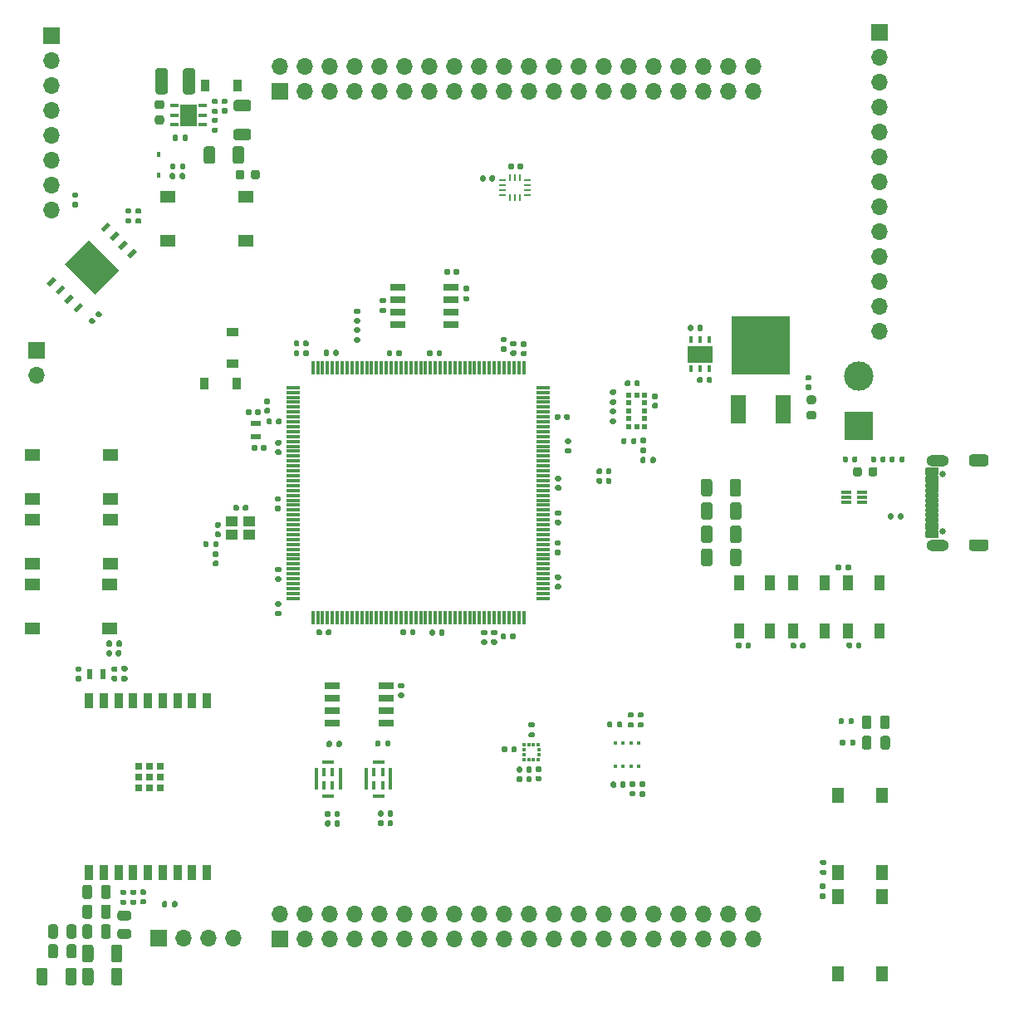
<source format=gts>
G04 #@! TF.GenerationSoftware,KiCad,Pcbnew,(5.1.12)-1*
G04 #@! TF.CreationDate,2024-11-15T22:41:14+01:00*
G04 #@! TF.ProjectId,C5W1B1V1.0,43355731-4231-4563-912e-302e6b696361,rev?*
G04 #@! TF.SameCoordinates,Original*
G04 #@! TF.FileFunction,Soldermask,Top*
G04 #@! TF.FilePolarity,Negative*
%FSLAX46Y46*%
G04 Gerber Fmt 4.6, Leading zero omitted, Abs format (unit mm)*
G04 Created by KiCad (PCBNEW (5.1.12)-1) date 2024-11-15 22:41:14*
%MOMM*%
%LPD*%
G01*
G04 APERTURE LIST*
%ADD10R,1.000000X1.500000*%
%ADD11R,1.300000X0.350000*%
%ADD12R,0.350000X2.300000*%
%ADD13R,0.400000X0.950000*%
%ADD14C,3.000000*%
%ADD15R,3.000000X3.000000*%
%ADD16R,1.600000X3.000000*%
%ADD17R,6.000000X6.000000*%
%ADD18R,2.500000X1.750000*%
%ADD19R,0.400000X0.800000*%
%ADD20O,1.700000X1.700000*%
%ADD21R,1.700000X1.700000*%
%ADD22R,0.700000X0.700000*%
%ADD23R,0.900000X1.500000*%
%ADD24R,0.450000X0.600000*%
%ADD25R,1.550000X1.300000*%
%ADD26R,1.700000X2.200000*%
%ADD27R,0.850000X0.400000*%
%ADD28R,0.900000X1.200000*%
%ADD29R,1.300000X1.550000*%
%ADD30R,0.300000X1.475000*%
%ADD31R,1.475000X0.300000*%
%ADD32R,1.200000X0.900000*%
%ADD33R,0.600000X1.100000*%
%ADD34C,0.100000*%
%ADD35R,1.150000X1.000000*%
%ADD36R,1.100000X0.600000*%
%ADD37R,0.400000X0.400000*%
%ADD38R,0.675000X0.250000*%
%ADD39R,0.250000X0.675000*%
%ADD40R,0.375000X0.350000*%
%ADD41R,0.350000X0.375000*%
%ADD42C,0.650000*%
%ADD43O,2.304000X1.204000*%
%ADD44R,0.990000X0.300000*%
%ADD45R,0.500000X0.500000*%
%ADD46R,1.525000X0.700000*%
G04 APERTURE END LIST*
G04 #@! TO.C,C73*
G36*
G01*
X112650000Y-93860001D02*
X112650000Y-92559999D01*
G75*
G02*
X112899999Y-92310000I249999J0D01*
G01*
X113550001Y-92310000D01*
G75*
G02*
X113800000Y-92559999I0J-249999D01*
G01*
X113800000Y-93860001D01*
G75*
G02*
X113550001Y-94110000I-249999J0D01*
G01*
X112899999Y-94110000D01*
G75*
G02*
X112650000Y-93860001I0J249999D01*
G01*
G37*
G36*
G01*
X109700000Y-93860001D02*
X109700000Y-92559999D01*
G75*
G02*
X109949999Y-92310000I249999J0D01*
G01*
X110600001Y-92310000D01*
G75*
G02*
X110850000Y-92559999I0J-249999D01*
G01*
X110850000Y-93860001D01*
G75*
G02*
X110600001Y-94110000I-249999J0D01*
G01*
X109949999Y-94110000D01*
G75*
G02*
X109700000Y-93860001I0J249999D01*
G01*
G37*
G04 #@! TD*
G04 #@! TO.C,C72*
G36*
G01*
X112650000Y-91490001D02*
X112650000Y-90189999D01*
G75*
G02*
X112899999Y-89940000I249999J0D01*
G01*
X113550001Y-89940000D01*
G75*
G02*
X113800000Y-90189999I0J-249999D01*
G01*
X113800000Y-91490001D01*
G75*
G02*
X113550001Y-91740000I-249999J0D01*
G01*
X112899999Y-91740000D01*
G75*
G02*
X112650000Y-91490001I0J249999D01*
G01*
G37*
G36*
G01*
X109700000Y-91490001D02*
X109700000Y-90189999D01*
G75*
G02*
X109949999Y-89940000I249999J0D01*
G01*
X110600001Y-89940000D01*
G75*
G02*
X110850000Y-90189999I0J-249999D01*
G01*
X110850000Y-91490001D01*
G75*
G02*
X110600001Y-91740000I-249999J0D01*
G01*
X109949999Y-91740000D01*
G75*
G02*
X109700000Y-91490001I0J249999D01*
G01*
G37*
G04 #@! TD*
G04 #@! TO.C,C71*
G36*
G01*
X112650000Y-96220001D02*
X112650000Y-94919999D01*
G75*
G02*
X112899999Y-94670000I249999J0D01*
G01*
X113550001Y-94670000D01*
G75*
G02*
X113800000Y-94919999I0J-249999D01*
G01*
X113800000Y-96220001D01*
G75*
G02*
X113550001Y-96470000I-249999J0D01*
G01*
X112899999Y-96470000D01*
G75*
G02*
X112650000Y-96220001I0J249999D01*
G01*
G37*
G36*
G01*
X109700000Y-96220001D02*
X109700000Y-94919999D01*
G75*
G02*
X109949999Y-94670000I249999J0D01*
G01*
X110600001Y-94670000D01*
G75*
G02*
X110850000Y-94919999I0J-249999D01*
G01*
X110850000Y-96220001D01*
G75*
G02*
X110600001Y-96470000I-249999J0D01*
G01*
X109949999Y-96470000D01*
G75*
G02*
X109700000Y-96220001I0J249999D01*
G01*
G37*
G04 #@! TD*
G04 #@! TO.C,C70*
G36*
G01*
X112630000Y-89110001D02*
X112630000Y-87809999D01*
G75*
G02*
X112879999Y-87560000I249999J0D01*
G01*
X113530001Y-87560000D01*
G75*
G02*
X113780000Y-87809999I0J-249999D01*
G01*
X113780000Y-89110001D01*
G75*
G02*
X113530001Y-89360000I-249999J0D01*
G01*
X112879999Y-89360000D01*
G75*
G02*
X112630000Y-89110001I0J249999D01*
G01*
G37*
G36*
G01*
X109680000Y-89110001D02*
X109680000Y-87809999D01*
G75*
G02*
X109929999Y-87560000I249999J0D01*
G01*
X110580001Y-87560000D01*
G75*
G02*
X110830000Y-87809999I0J-249999D01*
G01*
X110830000Y-89110001D01*
G75*
G02*
X110580001Y-89360000I-249999J0D01*
G01*
X109929999Y-89360000D01*
G75*
G02*
X109680000Y-89110001I0J249999D01*
G01*
G37*
G04 #@! TD*
G04 #@! TO.C,C77*
G36*
G01*
X71920000Y-121560000D02*
X71920000Y-121900000D01*
G75*
G02*
X71780000Y-122040000I-140000J0D01*
G01*
X71500000Y-122040000D01*
G75*
G02*
X71360000Y-121900000I0J140000D01*
G01*
X71360000Y-121560000D01*
G75*
G02*
X71500000Y-121420000I140000J0D01*
G01*
X71780000Y-121420000D01*
G75*
G02*
X71920000Y-121560000I0J-140000D01*
G01*
G37*
G36*
G01*
X72880000Y-121560000D02*
X72880000Y-121900000D01*
G75*
G02*
X72740000Y-122040000I-140000J0D01*
G01*
X72460000Y-122040000D01*
G75*
G02*
X72320000Y-121900000I0J140000D01*
G01*
X72320000Y-121560000D01*
G75*
G02*
X72460000Y-121420000I140000J0D01*
G01*
X72740000Y-121420000D01*
G75*
G02*
X72880000Y-121560000I0J-140000D01*
G01*
G37*
G04 #@! TD*
G04 #@! TO.C,C79*
G36*
G01*
X77330000Y-121530000D02*
X77330000Y-121870000D01*
G75*
G02*
X77190000Y-122010000I-140000J0D01*
G01*
X76910000Y-122010000D01*
G75*
G02*
X76770000Y-121870000I0J140000D01*
G01*
X76770000Y-121530000D01*
G75*
G02*
X76910000Y-121390000I140000J0D01*
G01*
X77190000Y-121390000D01*
G75*
G02*
X77330000Y-121530000I0J-140000D01*
G01*
G37*
G36*
G01*
X78290000Y-121530000D02*
X78290000Y-121870000D01*
G75*
G02*
X78150000Y-122010000I-140000J0D01*
G01*
X77870000Y-122010000D01*
G75*
G02*
X77730000Y-121870000I0J140000D01*
G01*
X77730000Y-121530000D01*
G75*
G02*
X77870000Y-121390000I140000J0D01*
G01*
X78150000Y-121390000D01*
G75*
G02*
X78290000Y-121530000I0J-140000D01*
G01*
G37*
G04 #@! TD*
G04 #@! TO.C,C75*
G36*
G01*
X119790000Y-104740000D02*
X119790000Y-104400000D01*
G75*
G02*
X119930000Y-104260000I140000J0D01*
G01*
X120210000Y-104260000D01*
G75*
G02*
X120350000Y-104400000I0J-140000D01*
G01*
X120350000Y-104740000D01*
G75*
G02*
X120210000Y-104880000I-140000J0D01*
G01*
X119930000Y-104880000D01*
G75*
G02*
X119790000Y-104740000I0J140000D01*
G01*
G37*
G36*
G01*
X118830000Y-104740000D02*
X118830000Y-104400000D01*
G75*
G02*
X118970000Y-104260000I140000J0D01*
G01*
X119250000Y-104260000D01*
G75*
G02*
X119390000Y-104400000I0J-140000D01*
G01*
X119390000Y-104740000D01*
G75*
G02*
X119250000Y-104880000I-140000J0D01*
G01*
X118970000Y-104880000D01*
G75*
G02*
X118830000Y-104740000I0J140000D01*
G01*
G37*
G04 #@! TD*
G04 #@! TO.C,C76*
G36*
G01*
X114220000Y-104740000D02*
X114220000Y-104400000D01*
G75*
G02*
X114360000Y-104260000I140000J0D01*
G01*
X114640000Y-104260000D01*
G75*
G02*
X114780000Y-104400000I0J-140000D01*
G01*
X114780000Y-104740000D01*
G75*
G02*
X114640000Y-104880000I-140000J0D01*
G01*
X114360000Y-104880000D01*
G75*
G02*
X114220000Y-104740000I0J140000D01*
G01*
G37*
G36*
G01*
X113260000Y-104740000D02*
X113260000Y-104400000D01*
G75*
G02*
X113400000Y-104260000I140000J0D01*
G01*
X113680000Y-104260000D01*
G75*
G02*
X113820000Y-104400000I0J-140000D01*
G01*
X113820000Y-104740000D01*
G75*
G02*
X113680000Y-104880000I-140000J0D01*
G01*
X113400000Y-104880000D01*
G75*
G02*
X113260000Y-104740000I0J140000D01*
G01*
G37*
G04 #@! TD*
G04 #@! TO.C,C78*
G36*
G01*
X71920000Y-122540000D02*
X71920000Y-122880000D01*
G75*
G02*
X71780000Y-123020000I-140000J0D01*
G01*
X71500000Y-123020000D01*
G75*
G02*
X71360000Y-122880000I0J140000D01*
G01*
X71360000Y-122540000D01*
G75*
G02*
X71500000Y-122400000I140000J0D01*
G01*
X71780000Y-122400000D01*
G75*
G02*
X71920000Y-122540000I0J-140000D01*
G01*
G37*
G36*
G01*
X72880000Y-122540000D02*
X72880000Y-122880000D01*
G75*
G02*
X72740000Y-123020000I-140000J0D01*
G01*
X72460000Y-123020000D01*
G75*
G02*
X72320000Y-122880000I0J140000D01*
G01*
X72320000Y-122540000D01*
G75*
G02*
X72460000Y-122400000I140000J0D01*
G01*
X72740000Y-122400000D01*
G75*
G02*
X72880000Y-122540000I0J-140000D01*
G01*
G37*
G04 #@! TD*
D10*
G04 #@! TO.C,D11*
X113540000Y-103030000D03*
X116740000Y-103030000D03*
X113540000Y-98130000D03*
X116740000Y-98130000D03*
G04 #@! TD*
G04 #@! TO.C,C80*
G36*
G01*
X77330000Y-122510000D02*
X77330000Y-122850000D01*
G75*
G02*
X77190000Y-122990000I-140000J0D01*
G01*
X76910000Y-122990000D01*
G75*
G02*
X76770000Y-122850000I0J140000D01*
G01*
X76770000Y-122510000D01*
G75*
G02*
X76910000Y-122370000I140000J0D01*
G01*
X77190000Y-122370000D01*
G75*
G02*
X77330000Y-122510000I0J-140000D01*
G01*
G37*
G36*
G01*
X78290000Y-122510000D02*
X78290000Y-122850000D01*
G75*
G02*
X78150000Y-122990000I-140000J0D01*
G01*
X77870000Y-122990000D01*
G75*
G02*
X77730000Y-122850000I0J140000D01*
G01*
X77730000Y-122510000D01*
G75*
G02*
X77870000Y-122370000I140000J0D01*
G01*
X78150000Y-122370000D01*
G75*
G02*
X78290000Y-122510000I0J-140000D01*
G01*
G37*
G04 #@! TD*
D11*
G04 #@! TO.C,MK1*
X71670000Y-119895000D03*
X71670000Y-116445000D03*
D12*
X72895000Y-118170000D03*
X70445000Y-118170000D03*
D13*
X72120000Y-117495000D03*
X72120000Y-118845000D03*
X71220000Y-118845000D03*
X71220000Y-117495000D03*
G04 #@! TD*
D11*
G04 #@! TO.C,MK2*
X76790000Y-119885000D03*
X76790000Y-116435000D03*
D12*
X78015000Y-118160000D03*
X75565000Y-118160000D03*
D13*
X77240000Y-117485000D03*
X77240000Y-118835000D03*
X76340000Y-118835000D03*
X76340000Y-117485000D03*
G04 #@! TD*
G04 #@! TO.C,R34*
G36*
G01*
X72530000Y-114785000D02*
X72530000Y-114415000D01*
G75*
G02*
X72665000Y-114280000I135000J0D01*
G01*
X72935000Y-114280000D01*
G75*
G02*
X73070000Y-114415000I0J-135000D01*
G01*
X73070000Y-114785000D01*
G75*
G02*
X72935000Y-114920000I-135000J0D01*
G01*
X72665000Y-114920000D01*
G75*
G02*
X72530000Y-114785000I0J135000D01*
G01*
G37*
G36*
G01*
X71510000Y-114785000D02*
X71510000Y-114415000D01*
G75*
G02*
X71645000Y-114280000I135000J0D01*
G01*
X71915000Y-114280000D01*
G75*
G02*
X72050000Y-114415000I0J-135000D01*
G01*
X72050000Y-114785000D01*
G75*
G02*
X71915000Y-114920000I-135000J0D01*
G01*
X71645000Y-114920000D01*
G75*
G02*
X71510000Y-114785000I0J135000D01*
G01*
G37*
G04 #@! TD*
D10*
G04 #@! TO.C,D10*
X119110000Y-103030000D03*
X122310000Y-103030000D03*
X119110000Y-98130000D03*
X122310000Y-98130000D03*
G04 #@! TD*
G04 #@! TO.C,R35*
G36*
G01*
X77490000Y-114735000D02*
X77490000Y-114365000D01*
G75*
G02*
X77625000Y-114230000I135000J0D01*
G01*
X77895000Y-114230000D01*
G75*
G02*
X78030000Y-114365000I0J-135000D01*
G01*
X78030000Y-114735000D01*
G75*
G02*
X77895000Y-114870000I-135000J0D01*
G01*
X77625000Y-114870000D01*
G75*
G02*
X77490000Y-114735000I0J135000D01*
G01*
G37*
G36*
G01*
X76470000Y-114735000D02*
X76470000Y-114365000D01*
G75*
G02*
X76605000Y-114230000I135000J0D01*
G01*
X76875000Y-114230000D01*
G75*
G02*
X77010000Y-114365000I0J-135000D01*
G01*
X77010000Y-114735000D01*
G75*
G02*
X76875000Y-114870000I-135000J0D01*
G01*
X76605000Y-114870000D01*
G75*
G02*
X76470000Y-114735000I0J135000D01*
G01*
G37*
G04 #@! TD*
G04 #@! TO.C,F2*
G36*
G01*
X121196250Y-79930000D02*
X120683750Y-79930000D01*
G75*
G02*
X120465000Y-79711250I0J218750D01*
G01*
X120465000Y-79273750D01*
G75*
G02*
X120683750Y-79055000I218750J0D01*
G01*
X121196250Y-79055000D01*
G75*
G02*
X121415000Y-79273750I0J-218750D01*
G01*
X121415000Y-79711250D01*
G75*
G02*
X121196250Y-79930000I-218750J0D01*
G01*
G37*
G36*
G01*
X121196250Y-81505000D02*
X120683750Y-81505000D01*
G75*
G02*
X120465000Y-81286250I0J218750D01*
G01*
X120465000Y-80848750D01*
G75*
G02*
X120683750Y-80630000I218750J0D01*
G01*
X121196250Y-80630000D01*
G75*
G02*
X121415000Y-80848750I0J-218750D01*
G01*
X121415000Y-81286250D01*
G75*
G02*
X121196250Y-81505000I-218750J0D01*
G01*
G37*
G04 #@! TD*
D14*
G04 #@! TO.C,J8*
X125750000Y-77100000D03*
D15*
X125750000Y-82180000D03*
G04 #@! TD*
D16*
G04 #@! TO.C,D9*
X118070000Y-80470000D03*
D17*
X115770000Y-73970000D03*
D16*
X113470000Y-80470000D03*
G04 #@! TD*
G04 #@! TO.C,C74*
G36*
G01*
X120800000Y-77540000D02*
X120460000Y-77540000D01*
G75*
G02*
X120320000Y-77400000I0J140000D01*
G01*
X120320000Y-77120000D01*
G75*
G02*
X120460000Y-76980000I140000J0D01*
G01*
X120800000Y-76980000D01*
G75*
G02*
X120940000Y-77120000I0J-140000D01*
G01*
X120940000Y-77400000D01*
G75*
G02*
X120800000Y-77540000I-140000J0D01*
G01*
G37*
G36*
G01*
X120800000Y-78500000D02*
X120460000Y-78500000D01*
G75*
G02*
X120320000Y-78360000I0J140000D01*
G01*
X120320000Y-78080000D01*
G75*
G02*
X120460000Y-77940000I140000J0D01*
G01*
X120800000Y-77940000D01*
G75*
G02*
X120940000Y-78080000I0J-140000D01*
G01*
X120940000Y-78360000D01*
G75*
G02*
X120800000Y-78500000I-140000J0D01*
G01*
G37*
G04 #@! TD*
D18*
G04 #@! TO.C,U9*
X109580000Y-74840000D03*
D19*
X110530000Y-76340000D03*
X109580000Y-76340000D03*
X108630000Y-76340000D03*
X108630000Y-73340000D03*
X109580000Y-73340000D03*
X110530000Y-73340000D03*
G04 #@! TD*
G04 #@! TO.C,C54*
G36*
G01*
X109860000Y-77310000D02*
X109860000Y-77650000D01*
G75*
G02*
X109720000Y-77790000I-140000J0D01*
G01*
X109440000Y-77790000D01*
G75*
G02*
X109300000Y-77650000I0J140000D01*
G01*
X109300000Y-77310000D01*
G75*
G02*
X109440000Y-77170000I140000J0D01*
G01*
X109720000Y-77170000D01*
G75*
G02*
X109860000Y-77310000I0J-140000D01*
G01*
G37*
G36*
G01*
X110820000Y-77310000D02*
X110820000Y-77650000D01*
G75*
G02*
X110680000Y-77790000I-140000J0D01*
G01*
X110400000Y-77790000D01*
G75*
G02*
X110260000Y-77650000I0J140000D01*
G01*
X110260000Y-77310000D01*
G75*
G02*
X110400000Y-77170000I140000J0D01*
G01*
X110680000Y-77170000D01*
G75*
G02*
X110820000Y-77310000I0J-140000D01*
G01*
G37*
G04 #@! TD*
G04 #@! TO.C,C53*
G36*
G01*
X109310000Y-72330000D02*
X109310000Y-71990000D01*
G75*
G02*
X109450000Y-71850000I140000J0D01*
G01*
X109730000Y-71850000D01*
G75*
G02*
X109870000Y-71990000I0J-140000D01*
G01*
X109870000Y-72330000D01*
G75*
G02*
X109730000Y-72470000I-140000J0D01*
G01*
X109450000Y-72470000D01*
G75*
G02*
X109310000Y-72330000I0J140000D01*
G01*
G37*
G36*
G01*
X108350000Y-72330000D02*
X108350000Y-71990000D01*
G75*
G02*
X108490000Y-71850000I140000J0D01*
G01*
X108770000Y-71850000D01*
G75*
G02*
X108910000Y-71990000I0J-140000D01*
G01*
X108910000Y-72330000D01*
G75*
G02*
X108770000Y-72470000I-140000J0D01*
G01*
X108490000Y-72470000D01*
G75*
G02*
X108350000Y-72330000I0J140000D01*
G01*
G37*
G04 #@! TD*
G04 #@! TO.C,R11*
G36*
G01*
X50975000Y-130000000D02*
X50605000Y-130000000D01*
G75*
G02*
X50470000Y-129865000I0J135000D01*
G01*
X50470000Y-129595000D01*
G75*
G02*
X50605000Y-129460000I135000J0D01*
G01*
X50975000Y-129460000D01*
G75*
G02*
X51110000Y-129595000I0J-135000D01*
G01*
X51110000Y-129865000D01*
G75*
G02*
X50975000Y-130000000I-135000J0D01*
G01*
G37*
G36*
G01*
X50975000Y-131020000D02*
X50605000Y-131020000D01*
G75*
G02*
X50470000Y-130885000I0J135000D01*
G01*
X50470000Y-130615000D01*
G75*
G02*
X50605000Y-130480000I135000J0D01*
G01*
X50975000Y-130480000D01*
G75*
G02*
X51110000Y-130615000I0J-135000D01*
G01*
X51110000Y-130885000D01*
G75*
G02*
X50975000Y-131020000I-135000J0D01*
G01*
G37*
G04 #@! TD*
G04 #@! TO.C,R10*
G36*
G01*
X51995000Y-129990000D02*
X51625000Y-129990000D01*
G75*
G02*
X51490000Y-129855000I0J135000D01*
G01*
X51490000Y-129585000D01*
G75*
G02*
X51625000Y-129450000I135000J0D01*
G01*
X51995000Y-129450000D01*
G75*
G02*
X52130000Y-129585000I0J-135000D01*
G01*
X52130000Y-129855000D01*
G75*
G02*
X51995000Y-129990000I-135000J0D01*
G01*
G37*
G36*
G01*
X51995000Y-131010000D02*
X51625000Y-131010000D01*
G75*
G02*
X51490000Y-130875000I0J135000D01*
G01*
X51490000Y-130605000D01*
G75*
G02*
X51625000Y-130470000I135000J0D01*
G01*
X51995000Y-130470000D01*
G75*
G02*
X52130000Y-130605000I0J-135000D01*
G01*
X52130000Y-130875000D01*
G75*
G02*
X51995000Y-131010000I-135000J0D01*
G01*
G37*
G04 #@! TD*
D20*
G04 #@! TO.C,J4*
X61980000Y-134360000D03*
X59440000Y-134360000D03*
X56900000Y-134360000D03*
D21*
X54360000Y-134360000D03*
G04 #@! TD*
G04 #@! TO.C,D3*
G36*
G01*
X51346250Y-132580000D02*
X50433750Y-132580000D01*
G75*
G02*
X50190000Y-132336250I0J243750D01*
G01*
X50190000Y-131848750D01*
G75*
G02*
X50433750Y-131605000I243750J0D01*
G01*
X51346250Y-131605000D01*
G75*
G02*
X51590000Y-131848750I0J-243750D01*
G01*
X51590000Y-132336250D01*
G75*
G02*
X51346250Y-132580000I-243750J0D01*
G01*
G37*
G36*
G01*
X51346250Y-134455000D02*
X50433750Y-134455000D01*
G75*
G02*
X50190000Y-134211250I0J243750D01*
G01*
X50190000Y-133723750D01*
G75*
G02*
X50433750Y-133480000I243750J0D01*
G01*
X51346250Y-133480000D01*
G75*
G02*
X51590000Y-133723750I0J-243750D01*
G01*
X51590000Y-134211250D01*
G75*
G02*
X51346250Y-134455000I-243750J0D01*
G01*
G37*
G04 #@! TD*
G04 #@! TO.C,C34*
G36*
G01*
X52980000Y-130000000D02*
X52640000Y-130000000D01*
G75*
G02*
X52500000Y-129860000I0J140000D01*
G01*
X52500000Y-129580000D01*
G75*
G02*
X52640000Y-129440000I140000J0D01*
G01*
X52980000Y-129440000D01*
G75*
G02*
X53120000Y-129580000I0J-140000D01*
G01*
X53120000Y-129860000D01*
G75*
G02*
X52980000Y-130000000I-140000J0D01*
G01*
G37*
G36*
G01*
X52980000Y-130960000D02*
X52640000Y-130960000D01*
G75*
G02*
X52500000Y-130820000I0J140000D01*
G01*
X52500000Y-130540000D01*
G75*
G02*
X52640000Y-130400000I140000J0D01*
G01*
X52980000Y-130400000D01*
G75*
G02*
X53120000Y-130540000I0J-140000D01*
G01*
X53120000Y-130820000D01*
G75*
G02*
X52980000Y-130960000I-140000J0D01*
G01*
G37*
G04 #@! TD*
D22*
G04 #@! TO.C,U12*
X54600000Y-116880000D03*
X54600000Y-117980000D03*
X54600000Y-119080000D03*
X53500000Y-119080000D03*
X52400000Y-119080000D03*
X52400000Y-117980000D03*
X52400000Y-116880000D03*
X53500000Y-116880000D03*
X53500000Y-117980000D03*
D23*
X47300000Y-110190000D03*
X48800000Y-110190000D03*
X50300000Y-110190000D03*
X51800000Y-110190000D03*
X53300000Y-110190000D03*
X54800000Y-110190000D03*
X56300000Y-110190000D03*
X57800000Y-110190000D03*
X59300000Y-110190000D03*
X59300000Y-127690000D03*
X57800000Y-127690000D03*
X56300000Y-127690000D03*
X54800000Y-127690000D03*
X53300000Y-127690000D03*
X51800000Y-127690000D03*
X50300000Y-127690000D03*
X48800000Y-127690000D03*
X47300000Y-127690000D03*
G04 #@! TD*
G04 #@! TO.C,C69*
G36*
G01*
X47620000Y-129205000D02*
X47620000Y-130155000D01*
G75*
G02*
X47370000Y-130405000I-250000J0D01*
G01*
X46870000Y-130405000D01*
G75*
G02*
X46620000Y-130155000I0J250000D01*
G01*
X46620000Y-129205000D01*
G75*
G02*
X46870000Y-128955000I250000J0D01*
G01*
X47370000Y-128955000D01*
G75*
G02*
X47620000Y-129205000I0J-250000D01*
G01*
G37*
G36*
G01*
X49520000Y-129205000D02*
X49520000Y-130155000D01*
G75*
G02*
X49270000Y-130405000I-250000J0D01*
G01*
X48770000Y-130405000D01*
G75*
G02*
X48520000Y-130155000I0J250000D01*
G01*
X48520000Y-129205000D01*
G75*
G02*
X48770000Y-128955000I250000J0D01*
G01*
X49270000Y-128955000D01*
G75*
G02*
X49520000Y-129205000I0J-250000D01*
G01*
G37*
G04 #@! TD*
G04 #@! TO.C,C68*
G36*
G01*
X47620000Y-131225000D02*
X47620000Y-132175000D01*
G75*
G02*
X47370000Y-132425000I-250000J0D01*
G01*
X46870000Y-132425000D01*
G75*
G02*
X46620000Y-132175000I0J250000D01*
G01*
X46620000Y-131225000D01*
G75*
G02*
X46870000Y-130975000I250000J0D01*
G01*
X47370000Y-130975000D01*
G75*
G02*
X47620000Y-131225000I0J-250000D01*
G01*
G37*
G36*
G01*
X49520000Y-131225000D02*
X49520000Y-132175000D01*
G75*
G02*
X49270000Y-132425000I-250000J0D01*
G01*
X48770000Y-132425000D01*
G75*
G02*
X48520000Y-132175000I0J250000D01*
G01*
X48520000Y-131225000D01*
G75*
G02*
X48770000Y-130975000I250000J0D01*
G01*
X49270000Y-130975000D01*
G75*
G02*
X49520000Y-131225000I0J-250000D01*
G01*
G37*
G04 #@! TD*
G04 #@! TO.C,C65*
G36*
G01*
X47620000Y-133245000D02*
X47620000Y-134195000D01*
G75*
G02*
X47370000Y-134445000I-250000J0D01*
G01*
X46870000Y-134445000D01*
G75*
G02*
X46620000Y-134195000I0J250000D01*
G01*
X46620000Y-133245000D01*
G75*
G02*
X46870000Y-132995000I250000J0D01*
G01*
X47370000Y-132995000D01*
G75*
G02*
X47620000Y-133245000I0J-250000D01*
G01*
G37*
G36*
G01*
X49520000Y-133245000D02*
X49520000Y-134195000D01*
G75*
G02*
X49270000Y-134445000I-250000J0D01*
G01*
X48770000Y-134445000D01*
G75*
G02*
X48520000Y-134195000I0J250000D01*
G01*
X48520000Y-133245000D01*
G75*
G02*
X48770000Y-132995000I250000J0D01*
G01*
X49270000Y-132995000D01*
G75*
G02*
X49520000Y-133245000I0J-250000D01*
G01*
G37*
G04 #@! TD*
G04 #@! TO.C,C64*
G36*
G01*
X45030000Y-134195000D02*
X45030000Y-133245000D01*
G75*
G02*
X45280000Y-132995000I250000J0D01*
G01*
X45780000Y-132995000D01*
G75*
G02*
X46030000Y-133245000I0J-250000D01*
G01*
X46030000Y-134195000D01*
G75*
G02*
X45780000Y-134445000I-250000J0D01*
G01*
X45280000Y-134445000D01*
G75*
G02*
X45030000Y-134195000I0J250000D01*
G01*
G37*
G36*
G01*
X43130000Y-134195000D02*
X43130000Y-133245000D01*
G75*
G02*
X43380000Y-132995000I250000J0D01*
G01*
X43880000Y-132995000D01*
G75*
G02*
X44130000Y-133245000I0J-250000D01*
G01*
X44130000Y-134195000D01*
G75*
G02*
X43880000Y-134445000I-250000J0D01*
G01*
X43380000Y-134445000D01*
G75*
G02*
X43130000Y-134195000I0J250000D01*
G01*
G37*
G04 #@! TD*
G04 #@! TO.C,C62*
G36*
G01*
X45030000Y-136215000D02*
X45030000Y-135265000D01*
G75*
G02*
X45280000Y-135015000I250000J0D01*
G01*
X45780000Y-135015000D01*
G75*
G02*
X46030000Y-135265000I0J-250000D01*
G01*
X46030000Y-136215000D01*
G75*
G02*
X45780000Y-136465000I-250000J0D01*
G01*
X45280000Y-136465000D01*
G75*
G02*
X45030000Y-136215000I0J250000D01*
G01*
G37*
G36*
G01*
X43130000Y-136215000D02*
X43130000Y-135265000D01*
G75*
G02*
X43380000Y-135015000I250000J0D01*
G01*
X43880000Y-135015000D01*
G75*
G02*
X44130000Y-135265000I0J-250000D01*
G01*
X44130000Y-136215000D01*
G75*
G02*
X43880000Y-136465000I-250000J0D01*
G01*
X43380000Y-136465000D01*
G75*
G02*
X43130000Y-136215000I0J250000D01*
G01*
G37*
G04 #@! TD*
G04 #@! TO.C,C37*
G36*
G01*
X47750000Y-135309999D02*
X47750000Y-136610001D01*
G75*
G02*
X47500001Y-136860000I-249999J0D01*
G01*
X46849999Y-136860000D01*
G75*
G02*
X46600000Y-136610001I0J249999D01*
G01*
X46600000Y-135309999D01*
G75*
G02*
X46849999Y-135060000I249999J0D01*
G01*
X47500001Y-135060000D01*
G75*
G02*
X47750000Y-135309999I0J-249999D01*
G01*
G37*
G36*
G01*
X50700000Y-135309999D02*
X50700000Y-136610001D01*
G75*
G02*
X50450001Y-136860000I-249999J0D01*
G01*
X49799999Y-136860000D01*
G75*
G02*
X49550000Y-136610001I0J249999D01*
G01*
X49550000Y-135309999D01*
G75*
G02*
X49799999Y-135060000I249999J0D01*
G01*
X50450001Y-135060000D01*
G75*
G02*
X50700000Y-135309999I0J-249999D01*
G01*
G37*
G04 #@! TD*
G04 #@! TO.C,C36*
G36*
G01*
X47750000Y-137669999D02*
X47750000Y-138970001D01*
G75*
G02*
X47500001Y-139220000I-249999J0D01*
G01*
X46849999Y-139220000D01*
G75*
G02*
X46600000Y-138970001I0J249999D01*
G01*
X46600000Y-137669999D01*
G75*
G02*
X46849999Y-137420000I249999J0D01*
G01*
X47500001Y-137420000D01*
G75*
G02*
X47750000Y-137669999I0J-249999D01*
G01*
G37*
G36*
G01*
X50700000Y-137669999D02*
X50700000Y-138970001D01*
G75*
G02*
X50450001Y-139220000I-249999J0D01*
G01*
X49799999Y-139220000D01*
G75*
G02*
X49550000Y-138970001I0J249999D01*
G01*
X49550000Y-137669999D01*
G75*
G02*
X49799999Y-137420000I249999J0D01*
G01*
X50450001Y-137420000D01*
G75*
G02*
X50700000Y-137669999I0J-249999D01*
G01*
G37*
G04 #@! TD*
G04 #@! TO.C,C35*
G36*
G01*
X44890000Y-138970001D02*
X44890000Y-137669999D01*
G75*
G02*
X45139999Y-137420000I249999J0D01*
G01*
X45790001Y-137420000D01*
G75*
G02*
X46040000Y-137669999I0J-249999D01*
G01*
X46040000Y-138970001D01*
G75*
G02*
X45790001Y-139220000I-249999J0D01*
G01*
X45139999Y-139220000D01*
G75*
G02*
X44890000Y-138970001I0J249999D01*
G01*
G37*
G36*
G01*
X41940000Y-138970001D02*
X41940000Y-137669999D01*
G75*
G02*
X42189999Y-137420000I249999J0D01*
G01*
X42840001Y-137420000D01*
G75*
G02*
X43090000Y-137669999I0J-249999D01*
G01*
X43090000Y-138970001D01*
G75*
G02*
X42840001Y-139220000I-249999J0D01*
G01*
X42189999Y-139220000D01*
G75*
G02*
X41940000Y-138970001I0J249999D01*
G01*
G37*
G04 #@! TD*
G04 #@! TO.C,L1*
G36*
G01*
X56875000Y-48085000D02*
X56875000Y-45935000D01*
G75*
G02*
X57125000Y-45685000I250000J0D01*
G01*
X57875000Y-45685000D01*
G75*
G02*
X58125000Y-45935000I0J-250000D01*
G01*
X58125000Y-48085000D01*
G75*
G02*
X57875000Y-48335000I-250000J0D01*
G01*
X57125000Y-48335000D01*
G75*
G02*
X56875000Y-48085000I0J250000D01*
G01*
G37*
G36*
G01*
X54075000Y-48085000D02*
X54075000Y-45935000D01*
G75*
G02*
X54325000Y-45685000I250000J0D01*
G01*
X55075000Y-45685000D01*
G75*
G02*
X55325000Y-45935000I0J-250000D01*
G01*
X55325000Y-48085000D01*
G75*
G02*
X55075000Y-48335000I-250000J0D01*
G01*
X54325000Y-48335000D01*
G75*
G02*
X54075000Y-48085000I0J250000D01*
G01*
G37*
G04 #@! TD*
D20*
G04 #@! TO.C,J6*
X43500000Y-60110000D03*
X43500000Y-57570000D03*
X43500000Y-55030000D03*
X43500000Y-52490000D03*
X43500000Y-49950000D03*
X43500000Y-47410000D03*
X43500000Y-44870000D03*
D21*
X43500000Y-42330000D03*
G04 #@! TD*
G04 #@! TO.C,R33*
G36*
G01*
X56580000Y-55885000D02*
X56580000Y-55515000D01*
G75*
G02*
X56715000Y-55380000I135000J0D01*
G01*
X56985000Y-55380000D01*
G75*
G02*
X57120000Y-55515000I0J-135000D01*
G01*
X57120000Y-55885000D01*
G75*
G02*
X56985000Y-56020000I-135000J0D01*
G01*
X56715000Y-56020000D01*
G75*
G02*
X56580000Y-55885000I0J135000D01*
G01*
G37*
G36*
G01*
X55560000Y-55885000D02*
X55560000Y-55515000D01*
G75*
G02*
X55695000Y-55380000I135000J0D01*
G01*
X55965000Y-55380000D01*
G75*
G02*
X56100000Y-55515000I0J-135000D01*
G01*
X56100000Y-55885000D01*
G75*
G02*
X55965000Y-56020000I-135000J0D01*
G01*
X55695000Y-56020000D01*
G75*
G02*
X55560000Y-55885000I0J135000D01*
G01*
G37*
G04 #@! TD*
G04 #@! TO.C,C60*
G36*
G01*
X45710000Y-59300000D02*
X46050000Y-59300000D01*
G75*
G02*
X46190000Y-59440000I0J-140000D01*
G01*
X46190000Y-59720000D01*
G75*
G02*
X46050000Y-59860000I-140000J0D01*
G01*
X45710000Y-59860000D01*
G75*
G02*
X45570000Y-59720000I0J140000D01*
G01*
X45570000Y-59440000D01*
G75*
G02*
X45710000Y-59300000I140000J0D01*
G01*
G37*
G36*
G01*
X45710000Y-58340000D02*
X46050000Y-58340000D01*
G75*
G02*
X46190000Y-58480000I0J-140000D01*
G01*
X46190000Y-58760000D01*
G75*
G02*
X46050000Y-58900000I-140000J0D01*
G01*
X45710000Y-58900000D01*
G75*
G02*
X45570000Y-58760000I0J140000D01*
G01*
X45570000Y-58480000D01*
G75*
G02*
X45710000Y-58340000I140000J0D01*
G01*
G37*
G04 #@! TD*
D20*
G04 #@! TO.C,J7*
X41940000Y-77020000D03*
D21*
X41940000Y-74480000D03*
G04 #@! TD*
D20*
G04 #@! TO.C,J1*
X115010000Y-45460000D03*
X115010000Y-48000000D03*
X112470000Y-45460000D03*
X112470000Y-48000000D03*
X109930000Y-45460000D03*
X109930000Y-48000000D03*
X107390000Y-45460000D03*
X107390000Y-48000000D03*
X104850000Y-45460000D03*
X104850000Y-48000000D03*
X102310000Y-45460000D03*
X102310000Y-48000000D03*
X99770000Y-45460000D03*
X99770000Y-48000000D03*
X97230000Y-45460000D03*
X97230000Y-48000000D03*
X94690000Y-45460000D03*
X94690000Y-48000000D03*
X92150000Y-45460000D03*
X92150000Y-48000000D03*
X89610000Y-45460000D03*
X89610000Y-48000000D03*
X87070000Y-45460000D03*
X87070000Y-48000000D03*
X84530000Y-45460000D03*
X84530000Y-48000000D03*
X81990000Y-45460000D03*
X81990000Y-48000000D03*
X79450000Y-45460000D03*
X79450000Y-48000000D03*
X76910000Y-45460000D03*
X76910000Y-48000000D03*
X74370000Y-45460000D03*
X74370000Y-48000000D03*
X71830000Y-45460000D03*
X71830000Y-48000000D03*
X69290000Y-45460000D03*
X69290000Y-48000000D03*
X66750000Y-45460000D03*
D21*
X66750000Y-48000000D03*
G04 #@! TD*
G04 #@! TO.C,R30*
G36*
G01*
X56550000Y-56875000D02*
X56550000Y-56505000D01*
G75*
G02*
X56685000Y-56370000I135000J0D01*
G01*
X56955000Y-56370000D01*
G75*
G02*
X57090000Y-56505000I0J-135000D01*
G01*
X57090000Y-56875000D01*
G75*
G02*
X56955000Y-57010000I-135000J0D01*
G01*
X56685000Y-57010000D01*
G75*
G02*
X56550000Y-56875000I0J135000D01*
G01*
G37*
G36*
G01*
X55530000Y-56875000D02*
X55530000Y-56505000D01*
G75*
G02*
X55665000Y-56370000I135000J0D01*
G01*
X55935000Y-56370000D01*
G75*
G02*
X56070000Y-56505000I0J-135000D01*
G01*
X56070000Y-56875000D01*
G75*
G02*
X55935000Y-57010000I-135000J0D01*
G01*
X55665000Y-57010000D01*
G75*
G02*
X55530000Y-56875000I0J135000D01*
G01*
G37*
G04 #@! TD*
G04 #@! TO.C,R29*
G36*
G01*
X56850000Y-52975000D02*
X56850000Y-52605000D01*
G75*
G02*
X56985000Y-52470000I135000J0D01*
G01*
X57255000Y-52470000D01*
G75*
G02*
X57390000Y-52605000I0J-135000D01*
G01*
X57390000Y-52975000D01*
G75*
G02*
X57255000Y-53110000I-135000J0D01*
G01*
X56985000Y-53110000D01*
G75*
G02*
X56850000Y-52975000I0J135000D01*
G01*
G37*
G36*
G01*
X55830000Y-52975000D02*
X55830000Y-52605000D01*
G75*
G02*
X55965000Y-52470000I135000J0D01*
G01*
X56235000Y-52470000D01*
G75*
G02*
X56370000Y-52605000I0J-135000D01*
G01*
X56370000Y-52975000D01*
G75*
G02*
X56235000Y-53110000I-135000J0D01*
G01*
X55965000Y-53110000D01*
G75*
G02*
X55830000Y-52975000I0J135000D01*
G01*
G37*
G04 #@! TD*
D24*
G04 #@! TO.C,D7*
X54380000Y-54450000D03*
X54380000Y-56550000D03*
G04 #@! TD*
D25*
G04 #@! TO.C,SW1*
X49455000Y-89620000D03*
X49455000Y-85120000D03*
X41505000Y-85120000D03*
X41505000Y-89620000D03*
G04 #@! TD*
G04 #@! TO.C,C66*
G36*
G01*
X63580001Y-50070000D02*
X62279999Y-50070000D01*
G75*
G02*
X62030000Y-49820001I0J249999D01*
G01*
X62030000Y-49169999D01*
G75*
G02*
X62279999Y-48920000I249999J0D01*
G01*
X63580001Y-48920000D01*
G75*
G02*
X63830000Y-49169999I0J-249999D01*
G01*
X63830000Y-49820001D01*
G75*
G02*
X63580001Y-50070000I-249999J0D01*
G01*
G37*
G36*
G01*
X63580001Y-53020000D02*
X62279999Y-53020000D01*
G75*
G02*
X62030000Y-52770001I0J249999D01*
G01*
X62030000Y-52119999D01*
G75*
G02*
X62279999Y-51870000I249999J0D01*
G01*
X63580001Y-51870000D01*
G75*
G02*
X63830000Y-52119999I0J-249999D01*
G01*
X63830000Y-52770001D01*
G75*
G02*
X63580001Y-53020000I-249999J0D01*
G01*
G37*
G04 #@! TD*
G04 #@! TO.C,F3*
G36*
G01*
X63120000Y-56283750D02*
X63120000Y-56796250D01*
G75*
G02*
X62901250Y-57015000I-218750J0D01*
G01*
X62463750Y-57015000D01*
G75*
G02*
X62245000Y-56796250I0J218750D01*
G01*
X62245000Y-56283750D01*
G75*
G02*
X62463750Y-56065000I218750J0D01*
G01*
X62901250Y-56065000D01*
G75*
G02*
X63120000Y-56283750I0J-218750D01*
G01*
G37*
G36*
G01*
X64695000Y-56283750D02*
X64695000Y-56796250D01*
G75*
G02*
X64476250Y-57015000I-218750J0D01*
G01*
X64038750Y-57015000D01*
G75*
G02*
X63820000Y-56796250I0J218750D01*
G01*
X63820000Y-56283750D01*
G75*
G02*
X64038750Y-56065000I218750J0D01*
G01*
X64476250Y-56065000D01*
G75*
G02*
X64695000Y-56283750I0J-218750D01*
G01*
G37*
G04 #@! TD*
G04 #@! TO.C,C67*
G36*
G01*
X60150000Y-53889999D02*
X60150000Y-55190001D01*
G75*
G02*
X59900001Y-55440000I-249999J0D01*
G01*
X59249999Y-55440000D01*
G75*
G02*
X59000000Y-55190001I0J249999D01*
G01*
X59000000Y-53889999D01*
G75*
G02*
X59249999Y-53640000I249999J0D01*
G01*
X59900001Y-53640000D01*
G75*
G02*
X60150000Y-53889999I0J-249999D01*
G01*
G37*
G36*
G01*
X63100000Y-53889999D02*
X63100000Y-55190001D01*
G75*
G02*
X62850001Y-55440000I-249999J0D01*
G01*
X62199999Y-55440000D01*
G75*
G02*
X61950000Y-55190001I0J249999D01*
G01*
X61950000Y-53889999D01*
G75*
G02*
X62199999Y-53640000I249999J0D01*
G01*
X62850001Y-53640000D01*
G75*
G02*
X63100000Y-53889999I0J-249999D01*
G01*
G37*
G04 #@! TD*
G04 #@! TO.C,R32*
G36*
G01*
X60305000Y-51260000D02*
X59935000Y-51260000D01*
G75*
G02*
X59800000Y-51125000I0J135000D01*
G01*
X59800000Y-50855000D01*
G75*
G02*
X59935000Y-50720000I135000J0D01*
G01*
X60305000Y-50720000D01*
G75*
G02*
X60440000Y-50855000I0J-135000D01*
G01*
X60440000Y-51125000D01*
G75*
G02*
X60305000Y-51260000I-135000J0D01*
G01*
G37*
G36*
G01*
X60305000Y-52280000D02*
X59935000Y-52280000D01*
G75*
G02*
X59800000Y-52145000I0J135000D01*
G01*
X59800000Y-51875000D01*
G75*
G02*
X59935000Y-51740000I135000J0D01*
G01*
X60305000Y-51740000D01*
G75*
G02*
X60440000Y-51875000I0J-135000D01*
G01*
X60440000Y-52145000D01*
G75*
G02*
X60305000Y-52280000I-135000J0D01*
G01*
G37*
G04 #@! TD*
G04 #@! TO.C,R31*
G36*
G01*
X59935000Y-49820000D02*
X60305000Y-49820000D01*
G75*
G02*
X60440000Y-49955000I0J-135000D01*
G01*
X60440000Y-50225000D01*
G75*
G02*
X60305000Y-50360000I-135000J0D01*
G01*
X59935000Y-50360000D01*
G75*
G02*
X59800000Y-50225000I0J135000D01*
G01*
X59800000Y-49955000D01*
G75*
G02*
X59935000Y-49820000I135000J0D01*
G01*
G37*
G36*
G01*
X59935000Y-48800000D02*
X60305000Y-48800000D01*
G75*
G02*
X60440000Y-48935000I0J-135000D01*
G01*
X60440000Y-49205000D01*
G75*
G02*
X60305000Y-49340000I-135000J0D01*
G01*
X59935000Y-49340000D01*
G75*
G02*
X59800000Y-49205000I0J135000D01*
G01*
X59800000Y-48935000D01*
G75*
G02*
X59935000Y-48800000I135000J0D01*
G01*
G37*
G04 #@! TD*
D26*
G04 #@! TO.C,U11*
X57430000Y-50460000D03*
D27*
X58880000Y-49510000D03*
X58880000Y-50460000D03*
X58880000Y-51410000D03*
X55980000Y-51410000D03*
X55980000Y-50460000D03*
X55980000Y-49510000D03*
G04 #@! TD*
D28*
G04 #@! TO.C,D8*
X59170000Y-47420000D03*
X62470000Y-47420000D03*
G04 #@! TD*
G04 #@! TO.C,C63*
G36*
G01*
X61290000Y-49350000D02*
X60950000Y-49350000D01*
G75*
G02*
X60810000Y-49210000I0J140000D01*
G01*
X60810000Y-48930000D01*
G75*
G02*
X60950000Y-48790000I140000J0D01*
G01*
X61290000Y-48790000D01*
G75*
G02*
X61430000Y-48930000I0J-140000D01*
G01*
X61430000Y-49210000D01*
G75*
G02*
X61290000Y-49350000I-140000J0D01*
G01*
G37*
G36*
G01*
X61290000Y-50310000D02*
X60950000Y-50310000D01*
G75*
G02*
X60810000Y-50170000I0J140000D01*
G01*
X60810000Y-49890000D01*
G75*
G02*
X60950000Y-49750000I140000J0D01*
G01*
X61290000Y-49750000D01*
G75*
G02*
X61430000Y-49890000I0J-140000D01*
G01*
X61430000Y-50170000D01*
G75*
G02*
X61290000Y-50310000I-140000J0D01*
G01*
G37*
G04 #@! TD*
G04 #@! TO.C,C61*
G36*
G01*
X54730000Y-49855000D02*
X54230000Y-49855000D01*
G75*
G02*
X54005000Y-49630000I0J225000D01*
G01*
X54005000Y-49180000D01*
G75*
G02*
X54230000Y-48955000I225000J0D01*
G01*
X54730000Y-48955000D01*
G75*
G02*
X54955000Y-49180000I0J-225000D01*
G01*
X54955000Y-49630000D01*
G75*
G02*
X54730000Y-49855000I-225000J0D01*
G01*
G37*
G36*
G01*
X54730000Y-51405000D02*
X54230000Y-51405000D01*
G75*
G02*
X54005000Y-51180000I0J225000D01*
G01*
X54005000Y-50730000D01*
G75*
G02*
X54230000Y-50505000I225000J0D01*
G01*
X54730000Y-50505000D01*
G75*
G02*
X54955000Y-50730000I0J-225000D01*
G01*
X54955000Y-51180000D01*
G75*
G02*
X54730000Y-51405000I-225000J0D01*
G01*
G37*
G04 #@! TD*
D29*
G04 #@! TO.C,SW6*
X128170000Y-130125000D03*
X123670000Y-130125000D03*
X123670000Y-138075000D03*
X128170000Y-138075000D03*
G04 #@! TD*
G04 #@! TO.C,SW5*
X128180000Y-119795000D03*
X123680000Y-119795000D03*
X123680000Y-127745000D03*
X128180000Y-127745000D03*
G04 #@! TD*
G04 #@! TO.C,R28*
G36*
G01*
X124400000Y-114285000D02*
X124400000Y-114655000D01*
G75*
G02*
X124265000Y-114790000I-135000J0D01*
G01*
X123995000Y-114790000D01*
G75*
G02*
X123860000Y-114655000I0J135000D01*
G01*
X123860000Y-114285000D01*
G75*
G02*
X123995000Y-114150000I135000J0D01*
G01*
X124265000Y-114150000D01*
G75*
G02*
X124400000Y-114285000I0J-135000D01*
G01*
G37*
G36*
G01*
X125420000Y-114285000D02*
X125420000Y-114655000D01*
G75*
G02*
X125285000Y-114790000I-135000J0D01*
G01*
X125015000Y-114790000D01*
G75*
G02*
X124880000Y-114655000I0J135000D01*
G01*
X124880000Y-114285000D01*
G75*
G02*
X125015000Y-114150000I135000J0D01*
G01*
X125285000Y-114150000D01*
G75*
G02*
X125420000Y-114285000I0J-135000D01*
G01*
G37*
G04 #@! TD*
G04 #@! TO.C,R27*
G36*
G01*
X124250000Y-112085000D02*
X124250000Y-112455000D01*
G75*
G02*
X124115000Y-112590000I-135000J0D01*
G01*
X123845000Y-112590000D01*
G75*
G02*
X123710000Y-112455000I0J135000D01*
G01*
X123710000Y-112085000D01*
G75*
G02*
X123845000Y-111950000I135000J0D01*
G01*
X124115000Y-111950000D01*
G75*
G02*
X124250000Y-112085000I0J-135000D01*
G01*
G37*
G36*
G01*
X125270000Y-112085000D02*
X125270000Y-112455000D01*
G75*
G02*
X125135000Y-112590000I-135000J0D01*
G01*
X124865000Y-112590000D01*
G75*
G02*
X124730000Y-112455000I0J135000D01*
G01*
X124730000Y-112085000D01*
G75*
G02*
X124865000Y-111950000I135000J0D01*
G01*
X125135000Y-111950000D01*
G75*
G02*
X125270000Y-112085000I0J-135000D01*
G01*
G37*
G04 #@! TD*
G04 #@! TO.C,R26*
G36*
G01*
X123950000Y-96395000D02*
X123950000Y-96765000D01*
G75*
G02*
X123815000Y-96900000I-135000J0D01*
G01*
X123545000Y-96900000D01*
G75*
G02*
X123410000Y-96765000I0J135000D01*
G01*
X123410000Y-96395000D01*
G75*
G02*
X123545000Y-96260000I135000J0D01*
G01*
X123815000Y-96260000D01*
G75*
G02*
X123950000Y-96395000I0J-135000D01*
G01*
G37*
G36*
G01*
X124970000Y-96395000D02*
X124970000Y-96765000D01*
G75*
G02*
X124835000Y-96900000I-135000J0D01*
G01*
X124565000Y-96900000D01*
G75*
G02*
X124430000Y-96765000I0J135000D01*
G01*
X124430000Y-96395000D01*
G75*
G02*
X124565000Y-96260000I135000J0D01*
G01*
X124835000Y-96260000D01*
G75*
G02*
X124970000Y-96395000I0J-135000D01*
G01*
G37*
G04 #@! TD*
G04 #@! TO.C,R19*
G36*
G01*
X121915000Y-129860000D02*
X122285000Y-129860000D01*
G75*
G02*
X122420000Y-129995000I0J-135000D01*
G01*
X122420000Y-130265000D01*
G75*
G02*
X122285000Y-130400000I-135000J0D01*
G01*
X121915000Y-130400000D01*
G75*
G02*
X121780000Y-130265000I0J135000D01*
G01*
X121780000Y-129995000D01*
G75*
G02*
X121915000Y-129860000I135000J0D01*
G01*
G37*
G36*
G01*
X121915000Y-128840000D02*
X122285000Y-128840000D01*
G75*
G02*
X122420000Y-128975000I0J-135000D01*
G01*
X122420000Y-129245000D01*
G75*
G02*
X122285000Y-129380000I-135000J0D01*
G01*
X121915000Y-129380000D01*
G75*
G02*
X121780000Y-129245000I0J135000D01*
G01*
X121780000Y-128975000D01*
G75*
G02*
X121915000Y-128840000I135000J0D01*
G01*
G37*
G04 #@! TD*
G04 #@! TO.C,R18*
G36*
G01*
X121965000Y-127420000D02*
X122335000Y-127420000D01*
G75*
G02*
X122470000Y-127555000I0J-135000D01*
G01*
X122470000Y-127825000D01*
G75*
G02*
X122335000Y-127960000I-135000J0D01*
G01*
X121965000Y-127960000D01*
G75*
G02*
X121830000Y-127825000I0J135000D01*
G01*
X121830000Y-127555000D01*
G75*
G02*
X121965000Y-127420000I135000J0D01*
G01*
G37*
G36*
G01*
X121965000Y-126400000D02*
X122335000Y-126400000D01*
G75*
G02*
X122470000Y-126535000I0J-135000D01*
G01*
X122470000Y-126805000D01*
G75*
G02*
X122335000Y-126940000I-135000J0D01*
G01*
X121965000Y-126940000D01*
G75*
G02*
X121830000Y-126805000I0J135000D01*
G01*
X121830000Y-126535000D01*
G75*
G02*
X121965000Y-126400000I135000J0D01*
G01*
G37*
G04 #@! TD*
D10*
G04 #@! TO.C,D6*
X124700000Y-103030000D03*
X127900000Y-103030000D03*
X124700000Y-98130000D03*
X127900000Y-98130000D03*
G04 #@! TD*
G04 #@! TO.C,D5*
G36*
G01*
X127070000Y-114013750D02*
X127070000Y-114926250D01*
G75*
G02*
X126826250Y-115170000I-243750J0D01*
G01*
X126338750Y-115170000D01*
G75*
G02*
X126095000Y-114926250I0J243750D01*
G01*
X126095000Y-114013750D01*
G75*
G02*
X126338750Y-113770000I243750J0D01*
G01*
X126826250Y-113770000D01*
G75*
G02*
X127070000Y-114013750I0J-243750D01*
G01*
G37*
G36*
G01*
X128945000Y-114013750D02*
X128945000Y-114926250D01*
G75*
G02*
X128701250Y-115170000I-243750J0D01*
G01*
X128213750Y-115170000D01*
G75*
G02*
X127970000Y-114926250I0J243750D01*
G01*
X127970000Y-114013750D01*
G75*
G02*
X128213750Y-113770000I243750J0D01*
G01*
X128701250Y-113770000D01*
G75*
G02*
X128945000Y-114013750I0J-243750D01*
G01*
G37*
G04 #@! TD*
G04 #@! TO.C,D4*
G36*
G01*
X127050000Y-111923750D02*
X127050000Y-112836250D01*
G75*
G02*
X126806250Y-113080000I-243750J0D01*
G01*
X126318750Y-113080000D01*
G75*
G02*
X126075000Y-112836250I0J243750D01*
G01*
X126075000Y-111923750D01*
G75*
G02*
X126318750Y-111680000I243750J0D01*
G01*
X126806250Y-111680000D01*
G75*
G02*
X127050000Y-111923750I0J-243750D01*
G01*
G37*
G36*
G01*
X128925000Y-111923750D02*
X128925000Y-112836250D01*
G75*
G02*
X128681250Y-113080000I-243750J0D01*
G01*
X128193750Y-113080000D01*
G75*
G02*
X127950000Y-112836250I0J243750D01*
G01*
X127950000Y-111923750D01*
G75*
G02*
X128193750Y-111680000I243750J0D01*
G01*
X128681250Y-111680000D01*
G75*
G02*
X128925000Y-111923750I0J-243750D01*
G01*
G37*
G04 #@! TD*
G04 #@! TO.C,C59*
G36*
G01*
X125490000Y-104710000D02*
X125490000Y-104370000D01*
G75*
G02*
X125630000Y-104230000I140000J0D01*
G01*
X125910000Y-104230000D01*
G75*
G02*
X126050000Y-104370000I0J-140000D01*
G01*
X126050000Y-104710000D01*
G75*
G02*
X125910000Y-104850000I-140000J0D01*
G01*
X125630000Y-104850000D01*
G75*
G02*
X125490000Y-104710000I0J140000D01*
G01*
G37*
G36*
G01*
X124530000Y-104710000D02*
X124530000Y-104370000D01*
G75*
G02*
X124670000Y-104230000I140000J0D01*
G01*
X124950000Y-104230000D01*
G75*
G02*
X125090000Y-104370000I0J-140000D01*
G01*
X125090000Y-104710000D01*
G75*
G02*
X124950000Y-104850000I-140000J0D01*
G01*
X124670000Y-104850000D01*
G75*
G02*
X124530000Y-104710000I0J140000D01*
G01*
G37*
G04 #@! TD*
G04 #@! TO.C,C58*
G36*
G01*
X99600000Y-87600000D02*
X99600000Y-87940000D01*
G75*
G02*
X99460000Y-88080000I-140000J0D01*
G01*
X99180000Y-88080000D01*
G75*
G02*
X99040000Y-87940000I0J140000D01*
G01*
X99040000Y-87600000D01*
G75*
G02*
X99180000Y-87460000I140000J0D01*
G01*
X99460000Y-87460000D01*
G75*
G02*
X99600000Y-87600000I0J-140000D01*
G01*
G37*
G36*
G01*
X100560000Y-87600000D02*
X100560000Y-87940000D01*
G75*
G02*
X100420000Y-88080000I-140000J0D01*
G01*
X100140000Y-88080000D01*
G75*
G02*
X100000000Y-87940000I0J140000D01*
G01*
X100000000Y-87600000D01*
G75*
G02*
X100140000Y-87460000I140000J0D01*
G01*
X100420000Y-87460000D01*
G75*
G02*
X100560000Y-87600000I0J-140000D01*
G01*
G37*
G04 #@! TD*
G04 #@! TO.C,C57*
G36*
G01*
X99600000Y-86620000D02*
X99600000Y-86960000D01*
G75*
G02*
X99460000Y-87100000I-140000J0D01*
G01*
X99180000Y-87100000D01*
G75*
G02*
X99040000Y-86960000I0J140000D01*
G01*
X99040000Y-86620000D01*
G75*
G02*
X99180000Y-86480000I140000J0D01*
G01*
X99460000Y-86480000D01*
G75*
G02*
X99600000Y-86620000I0J-140000D01*
G01*
G37*
G36*
G01*
X100560000Y-86620000D02*
X100560000Y-86960000D01*
G75*
G02*
X100420000Y-87100000I-140000J0D01*
G01*
X100140000Y-87100000D01*
G75*
G02*
X100000000Y-86960000I0J140000D01*
G01*
X100000000Y-86620000D01*
G75*
G02*
X100140000Y-86480000I140000J0D01*
G01*
X100420000Y-86480000D01*
G75*
G02*
X100560000Y-86620000I0J-140000D01*
G01*
G37*
G04 #@! TD*
D30*
G04 #@! TO.C,U1*
X70110000Y-76252000D03*
X70610000Y-76252000D03*
X71110000Y-76252000D03*
X71610000Y-76252000D03*
X72110000Y-76252000D03*
X72610000Y-76252000D03*
X73110000Y-76252000D03*
X73610000Y-76252000D03*
X74110000Y-76252000D03*
X74610000Y-76252000D03*
X75110000Y-76252000D03*
X75610000Y-76252000D03*
X76110000Y-76252000D03*
X76610000Y-76252000D03*
X77110000Y-76252000D03*
X77610000Y-76252000D03*
X78110000Y-76252000D03*
X78610000Y-76252000D03*
X79110000Y-76252000D03*
X79610000Y-76252000D03*
X80110000Y-76252000D03*
X80610000Y-76252000D03*
X81110000Y-76252000D03*
X81610000Y-76252000D03*
X82110000Y-76252000D03*
X82610000Y-76252000D03*
X83110000Y-76252000D03*
X83610000Y-76252000D03*
X84110000Y-76252000D03*
X84610000Y-76252000D03*
X85110000Y-76252000D03*
X85610000Y-76252000D03*
X86110000Y-76252000D03*
X86610000Y-76252000D03*
X87110000Y-76252000D03*
X87610000Y-76252000D03*
X88110000Y-76252000D03*
X88610000Y-76252000D03*
X89110000Y-76252000D03*
X89610000Y-76252000D03*
X90110000Y-76252000D03*
X90610000Y-76252000D03*
X91110000Y-76252000D03*
X91610000Y-76252000D03*
D31*
X93598000Y-78240000D03*
X93598000Y-78740000D03*
X93598000Y-79240000D03*
X93598000Y-79740000D03*
X93598000Y-80240000D03*
X93598000Y-80740000D03*
X93598000Y-81240000D03*
X93598000Y-81740000D03*
X93598000Y-82240000D03*
X93598000Y-82740000D03*
X93598000Y-83240000D03*
X93598000Y-83740000D03*
X93598000Y-84240000D03*
X93598000Y-84740000D03*
X93598000Y-85240000D03*
X93598000Y-85740000D03*
X93598000Y-86240000D03*
X93598000Y-86740000D03*
X93598000Y-87240000D03*
X93598000Y-87740000D03*
X93598000Y-88240000D03*
X93598000Y-88740000D03*
X93598000Y-89240000D03*
X93598000Y-89740000D03*
X93598000Y-90240000D03*
X93598000Y-90740000D03*
X93598000Y-91240000D03*
X93598000Y-91740000D03*
X93598000Y-92240000D03*
X93598000Y-92740000D03*
X93598000Y-93240000D03*
X93598000Y-93740000D03*
X93598000Y-94240000D03*
X93598000Y-94740000D03*
X93598000Y-95240000D03*
X93598000Y-95740000D03*
X93598000Y-96240000D03*
X93598000Y-96740000D03*
X93598000Y-97240000D03*
X93598000Y-97740000D03*
X93598000Y-98240000D03*
X93598000Y-98740000D03*
X93598000Y-99240000D03*
X93598000Y-99740000D03*
D30*
X91610000Y-101728000D03*
X91110000Y-101728000D03*
X90610000Y-101728000D03*
X90110000Y-101728000D03*
X89610000Y-101728000D03*
X89110000Y-101728000D03*
X88610000Y-101728000D03*
X88110000Y-101728000D03*
X87610000Y-101728000D03*
X87110000Y-101728000D03*
X86610000Y-101728000D03*
X86110000Y-101728000D03*
X85610000Y-101728000D03*
X85110000Y-101728000D03*
X84610000Y-101728000D03*
X84110000Y-101728000D03*
X83610000Y-101728000D03*
X83110000Y-101728000D03*
X82610000Y-101728000D03*
X82110000Y-101728000D03*
X81610000Y-101728000D03*
X81110000Y-101728000D03*
X80610000Y-101728000D03*
X80110000Y-101728000D03*
X79610000Y-101728000D03*
X79110000Y-101728000D03*
X78610000Y-101728000D03*
X78110000Y-101728000D03*
X77610000Y-101728000D03*
X77110000Y-101728000D03*
X76610000Y-101728000D03*
X76110000Y-101728000D03*
X75610000Y-101728000D03*
X75110000Y-101728000D03*
X74610000Y-101728000D03*
X74110000Y-101728000D03*
X73610000Y-101728000D03*
X73110000Y-101728000D03*
X72610000Y-101728000D03*
X72110000Y-101728000D03*
X71610000Y-101728000D03*
X71110000Y-101728000D03*
X70610000Y-101728000D03*
X70110000Y-101728000D03*
D31*
X68122000Y-99740000D03*
X68122000Y-99240000D03*
X68122000Y-98740000D03*
X68122000Y-98240000D03*
X68122000Y-97740000D03*
X68122000Y-97240000D03*
X68122000Y-96740000D03*
X68122000Y-96240000D03*
X68122000Y-95740000D03*
X68122000Y-95240000D03*
X68122000Y-94740000D03*
X68122000Y-94240000D03*
X68122000Y-93740000D03*
X68122000Y-93240000D03*
X68122000Y-92740000D03*
X68122000Y-92240000D03*
X68122000Y-91740000D03*
X68122000Y-91240000D03*
X68122000Y-90740000D03*
X68122000Y-90240000D03*
X68122000Y-89740000D03*
X68122000Y-89240000D03*
X68122000Y-88740000D03*
X68122000Y-88240000D03*
X68122000Y-87740000D03*
X68122000Y-87240000D03*
X68122000Y-86740000D03*
X68122000Y-86240000D03*
X68122000Y-85740000D03*
X68122000Y-85240000D03*
X68122000Y-84740000D03*
X68122000Y-84240000D03*
X68122000Y-83740000D03*
X68122000Y-83240000D03*
X68122000Y-82740000D03*
X68122000Y-82240000D03*
X68122000Y-81740000D03*
X68122000Y-81240000D03*
X68122000Y-80740000D03*
X68122000Y-80240000D03*
X68122000Y-79740000D03*
X68122000Y-79240000D03*
X68122000Y-78740000D03*
X68122000Y-78240000D03*
G04 #@! TD*
D20*
G04 #@! TO.C,J2*
X115010000Y-131960000D03*
X115010000Y-134500000D03*
X112470000Y-131960000D03*
X112470000Y-134500000D03*
X109930000Y-131960000D03*
X109930000Y-134500000D03*
X107390000Y-131960000D03*
X107390000Y-134500000D03*
X104850000Y-131960000D03*
X104850000Y-134500000D03*
X102310000Y-131960000D03*
X102310000Y-134500000D03*
X99770000Y-131960000D03*
X99770000Y-134500000D03*
X97230000Y-131960000D03*
X97230000Y-134500000D03*
X94690000Y-131960000D03*
X94690000Y-134500000D03*
X92150000Y-131960000D03*
X92150000Y-134500000D03*
X89610000Y-131960000D03*
X89610000Y-134500000D03*
X87070000Y-131960000D03*
X87070000Y-134500000D03*
X84530000Y-131960000D03*
X84530000Y-134500000D03*
X81990000Y-131960000D03*
X81990000Y-134500000D03*
X79450000Y-131960000D03*
X79450000Y-134500000D03*
X76910000Y-131960000D03*
X76910000Y-134500000D03*
X74370000Y-131960000D03*
X74370000Y-134500000D03*
X71830000Y-131960000D03*
X71830000Y-134500000D03*
X69290000Y-131960000D03*
X69290000Y-134500000D03*
X66750000Y-131960000D03*
D21*
X66750000Y-134500000D03*
G04 #@! TD*
D20*
G04 #@! TO.C,J3*
X127900000Y-72480000D03*
X127900000Y-69940000D03*
X127900000Y-67400000D03*
X127900000Y-64860000D03*
X127900000Y-62320000D03*
X127900000Y-59780000D03*
X127900000Y-57240000D03*
X127900000Y-54700000D03*
X127900000Y-52160000D03*
X127900000Y-49620000D03*
X127900000Y-47080000D03*
X127900000Y-44540000D03*
D21*
X127900000Y-42000000D03*
G04 #@! TD*
D32*
G04 #@! TO.C,D2*
X61900000Y-72550000D03*
X61900000Y-75850000D03*
G04 #@! TD*
D28*
G04 #@! TO.C,D1*
X59050000Y-77800000D03*
X62350000Y-77800000D03*
G04 #@! TD*
D33*
G04 #@! TO.C,Y3*
X48750000Y-107450000D03*
X47350000Y-107450000D03*
G04 #@! TD*
D25*
G04 #@! TO.C,SW4*
X49445000Y-96200000D03*
X49445000Y-91700000D03*
X41495000Y-91700000D03*
X41495000Y-96200000D03*
G04 #@! TD*
G04 #@! TO.C,SW3*
X49435000Y-102830000D03*
X49435000Y-98330000D03*
X41485000Y-98330000D03*
X41485000Y-102830000D03*
G04 #@! TD*
G04 #@! TO.C,R12*
G36*
G01*
X50715000Y-107660000D02*
X51085000Y-107660000D01*
G75*
G02*
X51220000Y-107795000I0J-135000D01*
G01*
X51220000Y-108065000D01*
G75*
G02*
X51085000Y-108200000I-135000J0D01*
G01*
X50715000Y-108200000D01*
G75*
G02*
X50580000Y-108065000I0J135000D01*
G01*
X50580000Y-107795000D01*
G75*
G02*
X50715000Y-107660000I135000J0D01*
G01*
G37*
G36*
G01*
X50715000Y-106640000D02*
X51085000Y-106640000D01*
G75*
G02*
X51220000Y-106775000I0J-135000D01*
G01*
X51220000Y-107045000D01*
G75*
G02*
X51085000Y-107180000I-135000J0D01*
G01*
X50715000Y-107180000D01*
G75*
G02*
X50580000Y-107045000I0J135000D01*
G01*
X50580000Y-106775000D01*
G75*
G02*
X50715000Y-106640000I135000J0D01*
G01*
G37*
G04 #@! TD*
G04 #@! TO.C,R9*
G36*
G01*
X55760000Y-131125000D02*
X55760000Y-130755000D01*
G75*
G02*
X55895000Y-130620000I135000J0D01*
G01*
X56165000Y-130620000D01*
G75*
G02*
X56300000Y-130755000I0J-135000D01*
G01*
X56300000Y-131125000D01*
G75*
G02*
X56165000Y-131260000I-135000J0D01*
G01*
X55895000Y-131260000D01*
G75*
G02*
X55760000Y-131125000I0J135000D01*
G01*
G37*
G36*
G01*
X54740000Y-131125000D02*
X54740000Y-130755000D01*
G75*
G02*
X54875000Y-130620000I135000J0D01*
G01*
X55145000Y-130620000D01*
G75*
G02*
X55280000Y-130755000I0J-135000D01*
G01*
X55280000Y-131125000D01*
G75*
G02*
X55145000Y-131260000I-135000J0D01*
G01*
X54875000Y-131260000D01*
G75*
G02*
X54740000Y-131125000I0J135000D01*
G01*
G37*
G04 #@! TD*
G04 #@! TO.C,R8*
G36*
G01*
X49620000Y-104175000D02*
X49620000Y-104545000D01*
G75*
G02*
X49485000Y-104680000I-135000J0D01*
G01*
X49215000Y-104680000D01*
G75*
G02*
X49080000Y-104545000I0J135000D01*
G01*
X49080000Y-104175000D01*
G75*
G02*
X49215000Y-104040000I135000J0D01*
G01*
X49485000Y-104040000D01*
G75*
G02*
X49620000Y-104175000I0J-135000D01*
G01*
G37*
G36*
G01*
X50640000Y-104175000D02*
X50640000Y-104545000D01*
G75*
G02*
X50505000Y-104680000I-135000J0D01*
G01*
X50235000Y-104680000D01*
G75*
G02*
X50100000Y-104545000I0J135000D01*
G01*
X50100000Y-104175000D01*
G75*
G02*
X50235000Y-104040000I135000J0D01*
G01*
X50505000Y-104040000D01*
G75*
G02*
X50640000Y-104175000I0J-135000D01*
G01*
G37*
G04 #@! TD*
G04 #@! TO.C,C39*
G36*
G01*
X46060000Y-107640000D02*
X46400000Y-107640000D01*
G75*
G02*
X46540000Y-107780000I0J-140000D01*
G01*
X46540000Y-108060000D01*
G75*
G02*
X46400000Y-108200000I-140000J0D01*
G01*
X46060000Y-108200000D01*
G75*
G02*
X45920000Y-108060000I0J140000D01*
G01*
X45920000Y-107780000D01*
G75*
G02*
X46060000Y-107640000I140000J0D01*
G01*
G37*
G36*
G01*
X46060000Y-106680000D02*
X46400000Y-106680000D01*
G75*
G02*
X46540000Y-106820000I0J-140000D01*
G01*
X46540000Y-107100000D01*
G75*
G02*
X46400000Y-107240000I-140000J0D01*
G01*
X46060000Y-107240000D01*
G75*
G02*
X45920000Y-107100000I0J140000D01*
G01*
X45920000Y-106820000D01*
G75*
G02*
X46060000Y-106680000I140000J0D01*
G01*
G37*
G04 #@! TD*
G04 #@! TO.C,C38*
G36*
G01*
X50060000Y-107240000D02*
X49720000Y-107240000D01*
G75*
G02*
X49580000Y-107100000I0J140000D01*
G01*
X49580000Y-106820000D01*
G75*
G02*
X49720000Y-106680000I140000J0D01*
G01*
X50060000Y-106680000D01*
G75*
G02*
X50200000Y-106820000I0J-140000D01*
G01*
X50200000Y-107100000D01*
G75*
G02*
X50060000Y-107240000I-140000J0D01*
G01*
G37*
G36*
G01*
X50060000Y-108200000D02*
X49720000Y-108200000D01*
G75*
G02*
X49580000Y-108060000I0J140000D01*
G01*
X49580000Y-107780000D01*
G75*
G02*
X49720000Y-107640000I140000J0D01*
G01*
X50060000Y-107640000D01*
G75*
G02*
X50200000Y-107780000I0J-140000D01*
G01*
X50200000Y-108060000D01*
G75*
G02*
X50060000Y-108200000I-140000J0D01*
G01*
G37*
G04 #@! TD*
G04 #@! TO.C,C33*
G36*
G01*
X49630000Y-105180000D02*
X49630000Y-105520000D01*
G75*
G02*
X49490000Y-105660000I-140000J0D01*
G01*
X49210000Y-105660000D01*
G75*
G02*
X49070000Y-105520000I0J140000D01*
G01*
X49070000Y-105180000D01*
G75*
G02*
X49210000Y-105040000I140000J0D01*
G01*
X49490000Y-105040000D01*
G75*
G02*
X49630000Y-105180000I0J-140000D01*
G01*
G37*
G36*
G01*
X50590000Y-105180000D02*
X50590000Y-105520000D01*
G75*
G02*
X50450000Y-105660000I-140000J0D01*
G01*
X50170000Y-105660000D01*
G75*
G02*
X50030000Y-105520000I0J140000D01*
G01*
X50030000Y-105180000D01*
G75*
G02*
X50170000Y-105040000I140000J0D01*
G01*
X50450000Y-105040000D01*
G75*
G02*
X50590000Y-105180000I0J-140000D01*
G01*
G37*
G04 #@! TD*
D34*
G04 #@! TO.C,U3*
G36*
X47251802Y-63232284D02*
G01*
X50327716Y-66308198D01*
X47888198Y-68747716D01*
X44812284Y-65671802D01*
X47251802Y-63232284D01*
G37*
G36*
X45664347Y-70271532D02*
G01*
X46336099Y-69599780D01*
X46654297Y-69917978D01*
X45982545Y-70589730D01*
X45664347Y-70271532D01*
G37*
G36*
X44766321Y-69373506D02*
G01*
X45438073Y-68701754D01*
X45756271Y-69019952D01*
X45084519Y-69691704D01*
X44766321Y-69373506D01*
G37*
G36*
X43868296Y-68475481D02*
G01*
X44540048Y-67803729D01*
X44858246Y-68121927D01*
X44186494Y-68793679D01*
X43868296Y-68475481D01*
G37*
G36*
X42970270Y-67577455D02*
G01*
X43642022Y-66905703D01*
X43960220Y-67223901D01*
X43288468Y-67895653D01*
X42970270Y-67577455D01*
G37*
G36*
X48485703Y-62062022D02*
G01*
X49157455Y-61390270D01*
X49475653Y-61708468D01*
X48803901Y-62380220D01*
X48485703Y-62062022D01*
G37*
G36*
X49383729Y-62960048D02*
G01*
X50055481Y-62288296D01*
X50373679Y-62606494D01*
X49701927Y-63278246D01*
X49383729Y-62960048D01*
G37*
G36*
X50281754Y-63858073D02*
G01*
X50953506Y-63186321D01*
X51271704Y-63504519D01*
X50599952Y-64176271D01*
X50281754Y-63858073D01*
G37*
G36*
X51179780Y-64756099D02*
G01*
X51851532Y-64084347D01*
X52169730Y-64402545D01*
X51497978Y-65074297D01*
X51179780Y-64756099D01*
G37*
G04 #@! TD*
G04 #@! TO.C,C41*
G36*
G01*
X47698371Y-71141213D02*
X47938787Y-71381629D01*
G75*
G02*
X47938787Y-71579619I-98995J-98995D01*
G01*
X47740797Y-71777609D01*
G75*
G02*
X47542807Y-71777609I-98995J98995D01*
G01*
X47302391Y-71537193D01*
G75*
G02*
X47302391Y-71339203I98995J98995D01*
G01*
X47500381Y-71141213D01*
G75*
G02*
X47698371Y-71141213I98995J-98995D01*
G01*
G37*
G36*
G01*
X48377193Y-70462391D02*
X48617609Y-70702807D01*
G75*
G02*
X48617609Y-70900797I-98995J-98995D01*
G01*
X48419619Y-71098787D01*
G75*
G02*
X48221629Y-71098787I-98995J98995D01*
G01*
X47981213Y-70858371D01*
G75*
G02*
X47981213Y-70660381I98995J98995D01*
G01*
X48179203Y-70462391D01*
G75*
G02*
X48377193Y-70462391I98995J-98995D01*
G01*
G37*
G04 #@! TD*
G04 #@! TO.C,C29*
G36*
G01*
X60590000Y-92550000D02*
X60250000Y-92550000D01*
G75*
G02*
X60110000Y-92410000I0J140000D01*
G01*
X60110000Y-92130000D01*
G75*
G02*
X60250000Y-91990000I140000J0D01*
G01*
X60590000Y-91990000D01*
G75*
G02*
X60730000Y-92130000I0J-140000D01*
G01*
X60730000Y-92410000D01*
G75*
G02*
X60590000Y-92550000I-140000J0D01*
G01*
G37*
G36*
G01*
X60590000Y-93510000D02*
X60250000Y-93510000D01*
G75*
G02*
X60110000Y-93370000I0J140000D01*
G01*
X60110000Y-93090000D01*
G75*
G02*
X60250000Y-92950000I140000J0D01*
G01*
X60590000Y-92950000D01*
G75*
G02*
X60730000Y-93090000I0J-140000D01*
G01*
X60730000Y-93370000D01*
G75*
G02*
X60590000Y-93510000I-140000J0D01*
G01*
G37*
G04 #@! TD*
G04 #@! TO.C,C28*
G36*
G01*
X62970000Y-90690000D02*
X62970000Y-90350000D01*
G75*
G02*
X63110000Y-90210000I140000J0D01*
G01*
X63390000Y-90210000D01*
G75*
G02*
X63530000Y-90350000I0J-140000D01*
G01*
X63530000Y-90690000D01*
G75*
G02*
X63390000Y-90830000I-140000J0D01*
G01*
X63110000Y-90830000D01*
G75*
G02*
X62970000Y-90690000I0J140000D01*
G01*
G37*
G36*
G01*
X62010000Y-90690000D02*
X62010000Y-90350000D01*
G75*
G02*
X62150000Y-90210000I140000J0D01*
G01*
X62430000Y-90210000D01*
G75*
G02*
X62570000Y-90350000I0J-140000D01*
G01*
X62570000Y-90690000D01*
G75*
G02*
X62430000Y-90830000I-140000J0D01*
G01*
X62150000Y-90830000D01*
G75*
G02*
X62010000Y-90690000I0J140000D01*
G01*
G37*
G04 #@! TD*
D35*
G04 #@! TO.C,Y1*
X61875000Y-91880000D03*
X63625000Y-91880000D03*
X63625000Y-93280000D03*
X61875000Y-93280000D03*
G04 #@! TD*
D36*
G04 #@! TO.C,Y2*
X64270000Y-83270000D03*
X64270000Y-81870000D03*
G04 #@! TD*
D37*
G04 #@! TO.C,U7*
X100940000Y-116890000D03*
X101740000Y-116890000D03*
X102540000Y-116890000D03*
X103340000Y-116890000D03*
X103340000Y-114490000D03*
X102540000Y-114490000D03*
X101740000Y-114490000D03*
X100940000Y-114490000D03*
G04 #@! TD*
G04 #@! TO.C,R25*
G36*
G01*
X102335000Y-112390000D02*
X102705000Y-112390000D01*
G75*
G02*
X102840000Y-112525000I0J-135000D01*
G01*
X102840000Y-112795000D01*
G75*
G02*
X102705000Y-112930000I-135000J0D01*
G01*
X102335000Y-112930000D01*
G75*
G02*
X102200000Y-112795000I0J135000D01*
G01*
X102200000Y-112525000D01*
G75*
G02*
X102335000Y-112390000I135000J0D01*
G01*
G37*
G36*
G01*
X102335000Y-111370000D02*
X102705000Y-111370000D01*
G75*
G02*
X102840000Y-111505000I0J-135000D01*
G01*
X102840000Y-111775000D01*
G75*
G02*
X102705000Y-111910000I-135000J0D01*
G01*
X102335000Y-111910000D01*
G75*
G02*
X102200000Y-111775000I0J135000D01*
G01*
X102200000Y-111505000D01*
G75*
G02*
X102335000Y-111370000I135000J0D01*
G01*
G37*
G04 #@! TD*
G04 #@! TO.C,R24*
G36*
G01*
X103355000Y-112380000D02*
X103725000Y-112380000D01*
G75*
G02*
X103860000Y-112515000I0J-135000D01*
G01*
X103860000Y-112785000D01*
G75*
G02*
X103725000Y-112920000I-135000J0D01*
G01*
X103355000Y-112920000D01*
G75*
G02*
X103220000Y-112785000I0J135000D01*
G01*
X103220000Y-112515000D01*
G75*
G02*
X103355000Y-112380000I135000J0D01*
G01*
G37*
G36*
G01*
X103355000Y-111360000D02*
X103725000Y-111360000D01*
G75*
G02*
X103860000Y-111495000I0J-135000D01*
G01*
X103860000Y-111765000D01*
G75*
G02*
X103725000Y-111900000I-135000J0D01*
G01*
X103355000Y-111900000D01*
G75*
G02*
X103220000Y-111765000I0J135000D01*
G01*
X103220000Y-111495000D01*
G75*
G02*
X103355000Y-111360000I135000J0D01*
G01*
G37*
G04 #@! TD*
G04 #@! TO.C,R23*
G36*
G01*
X101130000Y-112795000D02*
X101130000Y-112425000D01*
G75*
G02*
X101265000Y-112290000I135000J0D01*
G01*
X101535000Y-112290000D01*
G75*
G02*
X101670000Y-112425000I0J-135000D01*
G01*
X101670000Y-112795000D01*
G75*
G02*
X101535000Y-112930000I-135000J0D01*
G01*
X101265000Y-112930000D01*
G75*
G02*
X101130000Y-112795000I0J135000D01*
G01*
G37*
G36*
G01*
X100110000Y-112795000D02*
X100110000Y-112425000D01*
G75*
G02*
X100245000Y-112290000I135000J0D01*
G01*
X100515000Y-112290000D01*
G75*
G02*
X100650000Y-112425000I0J-135000D01*
G01*
X100650000Y-112795000D01*
G75*
G02*
X100515000Y-112930000I-135000J0D01*
G01*
X100245000Y-112930000D01*
G75*
G02*
X100110000Y-112795000I0J135000D01*
G01*
G37*
G04 #@! TD*
G04 #@! TO.C,R22*
G36*
G01*
X103515000Y-119440000D02*
X103885000Y-119440000D01*
G75*
G02*
X104020000Y-119575000I0J-135000D01*
G01*
X104020000Y-119845000D01*
G75*
G02*
X103885000Y-119980000I-135000J0D01*
G01*
X103515000Y-119980000D01*
G75*
G02*
X103380000Y-119845000I0J135000D01*
G01*
X103380000Y-119575000D01*
G75*
G02*
X103515000Y-119440000I135000J0D01*
G01*
G37*
G36*
G01*
X103515000Y-118420000D02*
X103885000Y-118420000D01*
G75*
G02*
X104020000Y-118555000I0J-135000D01*
G01*
X104020000Y-118825000D01*
G75*
G02*
X103885000Y-118960000I-135000J0D01*
G01*
X103515000Y-118960000D01*
G75*
G02*
X103380000Y-118825000I0J135000D01*
G01*
X103380000Y-118555000D01*
G75*
G02*
X103515000Y-118420000I135000J0D01*
G01*
G37*
G04 #@! TD*
G04 #@! TO.C,C50*
G36*
G01*
X102520000Y-119390000D02*
X102860000Y-119390000D01*
G75*
G02*
X103000000Y-119530000I0J-140000D01*
G01*
X103000000Y-119810000D01*
G75*
G02*
X102860000Y-119950000I-140000J0D01*
G01*
X102520000Y-119950000D01*
G75*
G02*
X102380000Y-119810000I0J140000D01*
G01*
X102380000Y-119530000D01*
G75*
G02*
X102520000Y-119390000I140000J0D01*
G01*
G37*
G36*
G01*
X102520000Y-118430000D02*
X102860000Y-118430000D01*
G75*
G02*
X103000000Y-118570000I0J-140000D01*
G01*
X103000000Y-118850000D01*
G75*
G02*
X102860000Y-118990000I-140000J0D01*
G01*
X102520000Y-118990000D01*
G75*
G02*
X102380000Y-118850000I0J140000D01*
G01*
X102380000Y-118570000D01*
G75*
G02*
X102520000Y-118430000I140000J0D01*
G01*
G37*
G04 #@! TD*
G04 #@! TO.C,C49*
G36*
G01*
X101450000Y-118910000D02*
X101450000Y-118570000D01*
G75*
G02*
X101590000Y-118430000I140000J0D01*
G01*
X101870000Y-118430000D01*
G75*
G02*
X102010000Y-118570000I0J-140000D01*
G01*
X102010000Y-118910000D01*
G75*
G02*
X101870000Y-119050000I-140000J0D01*
G01*
X101590000Y-119050000D01*
G75*
G02*
X101450000Y-118910000I0J140000D01*
G01*
G37*
G36*
G01*
X100490000Y-118910000D02*
X100490000Y-118570000D01*
G75*
G02*
X100630000Y-118430000I140000J0D01*
G01*
X100910000Y-118430000D01*
G75*
G02*
X101050000Y-118570000I0J-140000D01*
G01*
X101050000Y-118910000D01*
G75*
G02*
X100910000Y-119050000I-140000J0D01*
G01*
X100630000Y-119050000D01*
G75*
G02*
X100490000Y-118910000I0J140000D01*
G01*
G37*
G04 #@! TD*
G04 #@! TO.C,C27*
G36*
G01*
X64840000Y-84570000D02*
X64840000Y-84230000D01*
G75*
G02*
X64980000Y-84090000I140000J0D01*
G01*
X65260000Y-84090000D01*
G75*
G02*
X65400000Y-84230000I0J-140000D01*
G01*
X65400000Y-84570000D01*
G75*
G02*
X65260000Y-84710000I-140000J0D01*
G01*
X64980000Y-84710000D01*
G75*
G02*
X64840000Y-84570000I0J140000D01*
G01*
G37*
G36*
G01*
X63880000Y-84570000D02*
X63880000Y-84230000D01*
G75*
G02*
X64020000Y-84090000I140000J0D01*
G01*
X64300000Y-84090000D01*
G75*
G02*
X64440000Y-84230000I0J-140000D01*
G01*
X64440000Y-84570000D01*
G75*
G02*
X64300000Y-84710000I-140000J0D01*
G01*
X64020000Y-84710000D01*
G75*
G02*
X63880000Y-84570000I0J140000D01*
G01*
G37*
G04 #@! TD*
G04 #@! TO.C,C26*
G36*
G01*
X63840000Y-80590000D02*
X63840000Y-80930000D01*
G75*
G02*
X63700000Y-81070000I-140000J0D01*
G01*
X63420000Y-81070000D01*
G75*
G02*
X63280000Y-80930000I0J140000D01*
G01*
X63280000Y-80590000D01*
G75*
G02*
X63420000Y-80450000I140000J0D01*
G01*
X63700000Y-80450000D01*
G75*
G02*
X63840000Y-80590000I0J-140000D01*
G01*
G37*
G36*
G01*
X64800000Y-80590000D02*
X64800000Y-80930000D01*
G75*
G02*
X64660000Y-81070000I-140000J0D01*
G01*
X64380000Y-81070000D01*
G75*
G02*
X64240000Y-80930000I0J140000D01*
G01*
X64240000Y-80590000D01*
G75*
G02*
X64380000Y-80450000I140000J0D01*
G01*
X64660000Y-80450000D01*
G75*
G02*
X64800000Y-80590000I0J-140000D01*
G01*
G37*
G04 #@! TD*
D38*
G04 #@! TO.C,U8*
X89487500Y-58580000D03*
X89487500Y-58080000D03*
X89487500Y-57580000D03*
X89487500Y-57080000D03*
X92012500Y-57080000D03*
X92012500Y-57580000D03*
X92012500Y-58080000D03*
X92012500Y-58580000D03*
D39*
X90250000Y-56817500D03*
X90750000Y-56817500D03*
X91250000Y-56817500D03*
X90250000Y-58842500D03*
X91250000Y-58842500D03*
X90750000Y-58842500D03*
G04 #@! TD*
D40*
G04 #@! TO.C,U5*
X93132500Y-115160000D03*
X93132500Y-115660000D03*
X91607500Y-115660000D03*
X91607500Y-115160000D03*
D41*
X93120000Y-116172500D03*
X93120000Y-114647500D03*
X91620000Y-116172500D03*
X91620000Y-114647500D03*
X92120000Y-116172500D03*
X92620000Y-116172500D03*
X92120000Y-114647500D03*
X92620000Y-114647500D03*
G04 #@! TD*
G04 #@! TO.C,R21*
G36*
G01*
X100535000Y-79470000D02*
X100905000Y-79470000D01*
G75*
G02*
X101040000Y-79605000I0J-135000D01*
G01*
X101040000Y-79875000D01*
G75*
G02*
X100905000Y-80010000I-135000J0D01*
G01*
X100535000Y-80010000D01*
G75*
G02*
X100400000Y-79875000I0J135000D01*
G01*
X100400000Y-79605000D01*
G75*
G02*
X100535000Y-79470000I135000J0D01*
G01*
G37*
G36*
G01*
X100535000Y-78450000D02*
X100905000Y-78450000D01*
G75*
G02*
X101040000Y-78585000I0J-135000D01*
G01*
X101040000Y-78855000D01*
G75*
G02*
X100905000Y-78990000I-135000J0D01*
G01*
X100535000Y-78990000D01*
G75*
G02*
X100400000Y-78855000I0J135000D01*
G01*
X100400000Y-78585000D01*
G75*
G02*
X100535000Y-78450000I135000J0D01*
G01*
G37*
G04 #@! TD*
G04 #@! TO.C,R20*
G36*
G01*
X100895000Y-80940000D02*
X100525000Y-80940000D01*
G75*
G02*
X100390000Y-80805000I0J135000D01*
G01*
X100390000Y-80535000D01*
G75*
G02*
X100525000Y-80400000I135000J0D01*
G01*
X100895000Y-80400000D01*
G75*
G02*
X101030000Y-80535000I0J-135000D01*
G01*
X101030000Y-80805000D01*
G75*
G02*
X100895000Y-80940000I-135000J0D01*
G01*
G37*
G36*
G01*
X100895000Y-81960000D02*
X100525000Y-81960000D01*
G75*
G02*
X100390000Y-81825000I0J135000D01*
G01*
X100390000Y-81555000D01*
G75*
G02*
X100525000Y-81420000I135000J0D01*
G01*
X100895000Y-81420000D01*
G75*
G02*
X101030000Y-81555000I0J-135000D01*
G01*
X101030000Y-81825000D01*
G75*
G02*
X100895000Y-81960000I-135000J0D01*
G01*
G37*
G04 #@! TD*
G04 #@! TO.C,R17*
G36*
G01*
X92245000Y-113400000D02*
X92615000Y-113400000D01*
G75*
G02*
X92750000Y-113535000I0J-135000D01*
G01*
X92750000Y-113805000D01*
G75*
G02*
X92615000Y-113940000I-135000J0D01*
G01*
X92245000Y-113940000D01*
G75*
G02*
X92110000Y-113805000I0J135000D01*
G01*
X92110000Y-113535000D01*
G75*
G02*
X92245000Y-113400000I135000J0D01*
G01*
G37*
G36*
G01*
X92245000Y-112380000D02*
X92615000Y-112380000D01*
G75*
G02*
X92750000Y-112515000I0J-135000D01*
G01*
X92750000Y-112785000D01*
G75*
G02*
X92615000Y-112920000I-135000J0D01*
G01*
X92245000Y-112920000D01*
G75*
G02*
X92110000Y-112785000I0J135000D01*
G01*
X92110000Y-112515000D01*
G75*
G02*
X92245000Y-112380000I135000J0D01*
G01*
G37*
G04 #@! TD*
G04 #@! TO.C,C56*
G36*
G01*
X124680000Y-85410000D02*
X124680000Y-85750000D01*
G75*
G02*
X124540000Y-85890000I-140000J0D01*
G01*
X124260000Y-85890000D01*
G75*
G02*
X124120000Y-85750000I0J140000D01*
G01*
X124120000Y-85410000D01*
G75*
G02*
X124260000Y-85270000I140000J0D01*
G01*
X124540000Y-85270000D01*
G75*
G02*
X124680000Y-85410000I0J-140000D01*
G01*
G37*
G36*
G01*
X125640000Y-85410000D02*
X125640000Y-85750000D01*
G75*
G02*
X125500000Y-85890000I-140000J0D01*
G01*
X125220000Y-85890000D01*
G75*
G02*
X125080000Y-85750000I0J140000D01*
G01*
X125080000Y-85410000D01*
G75*
G02*
X125220000Y-85270000I140000J0D01*
G01*
X125500000Y-85270000D01*
G75*
G02*
X125640000Y-85410000I0J-140000D01*
G01*
G37*
G04 #@! TD*
G04 #@! TO.C,C55*
G36*
G01*
X127960000Y-85740000D02*
X127960000Y-85400000D01*
G75*
G02*
X128100000Y-85260000I140000J0D01*
G01*
X128380000Y-85260000D01*
G75*
G02*
X128520000Y-85400000I0J-140000D01*
G01*
X128520000Y-85740000D01*
G75*
G02*
X128380000Y-85880000I-140000J0D01*
G01*
X128100000Y-85880000D01*
G75*
G02*
X127960000Y-85740000I0J140000D01*
G01*
G37*
G36*
G01*
X127000000Y-85740000D02*
X127000000Y-85400000D01*
G75*
G02*
X127140000Y-85260000I140000J0D01*
G01*
X127420000Y-85260000D01*
G75*
G02*
X127560000Y-85400000I0J-140000D01*
G01*
X127560000Y-85740000D01*
G75*
G02*
X127420000Y-85880000I-140000J0D01*
G01*
X127140000Y-85880000D01*
G75*
G02*
X127000000Y-85740000I0J140000D01*
G01*
G37*
G04 #@! TD*
G04 #@! TO.C,R16*
G36*
G01*
X129910000Y-85765000D02*
X129910000Y-85395000D01*
G75*
G02*
X130045000Y-85260000I135000J0D01*
G01*
X130315000Y-85260000D01*
G75*
G02*
X130450000Y-85395000I0J-135000D01*
G01*
X130450000Y-85765000D01*
G75*
G02*
X130315000Y-85900000I-135000J0D01*
G01*
X130045000Y-85900000D01*
G75*
G02*
X129910000Y-85765000I0J135000D01*
G01*
G37*
G36*
G01*
X128890000Y-85765000D02*
X128890000Y-85395000D01*
G75*
G02*
X129025000Y-85260000I135000J0D01*
G01*
X129295000Y-85260000D01*
G75*
G02*
X129430000Y-85395000I0J-135000D01*
G01*
X129430000Y-85765000D01*
G75*
G02*
X129295000Y-85900000I-135000J0D01*
G01*
X129025000Y-85900000D01*
G75*
G02*
X128890000Y-85765000I0J135000D01*
G01*
G37*
G04 #@! TD*
G04 #@! TO.C,R15*
G36*
G01*
X129300000Y-91205000D02*
X129300000Y-91575000D01*
G75*
G02*
X129165000Y-91710000I-135000J0D01*
G01*
X128895000Y-91710000D01*
G75*
G02*
X128760000Y-91575000I0J135000D01*
G01*
X128760000Y-91205000D01*
G75*
G02*
X128895000Y-91070000I135000J0D01*
G01*
X129165000Y-91070000D01*
G75*
G02*
X129300000Y-91205000I0J-135000D01*
G01*
G37*
G36*
G01*
X130320000Y-91205000D02*
X130320000Y-91575000D01*
G75*
G02*
X130185000Y-91710000I-135000J0D01*
G01*
X129915000Y-91710000D01*
G75*
G02*
X129780000Y-91575000I0J135000D01*
G01*
X129780000Y-91205000D01*
G75*
G02*
X129915000Y-91070000I135000J0D01*
G01*
X130185000Y-91070000D01*
G75*
G02*
X130320000Y-91205000I0J-135000D01*
G01*
G37*
G04 #@! TD*
G04 #@! TO.C,F1*
G36*
G01*
X126780000Y-87086250D02*
X126780000Y-86573750D01*
G75*
G02*
X126998750Y-86355000I218750J0D01*
G01*
X127436250Y-86355000D01*
G75*
G02*
X127655000Y-86573750I0J-218750D01*
G01*
X127655000Y-87086250D01*
G75*
G02*
X127436250Y-87305000I-218750J0D01*
G01*
X126998750Y-87305000D01*
G75*
G02*
X126780000Y-87086250I0J218750D01*
G01*
G37*
G36*
G01*
X125205000Y-87086250D02*
X125205000Y-86573750D01*
G75*
G02*
X125423750Y-86355000I218750J0D01*
G01*
X125861250Y-86355000D01*
G75*
G02*
X126080000Y-86573750I0J-218750D01*
G01*
X126080000Y-87086250D01*
G75*
G02*
X125861250Y-87305000I-218750J0D01*
G01*
X125423750Y-87305000D01*
G75*
G02*
X125205000Y-87086250I0J218750D01*
G01*
G37*
G04 #@! TD*
G04 #@! TO.C,C46*
G36*
G01*
X91470000Y-117040000D02*
X91470000Y-117380000D01*
G75*
G02*
X91330000Y-117520000I-140000J0D01*
G01*
X91050000Y-117520000D01*
G75*
G02*
X90910000Y-117380000I0J140000D01*
G01*
X90910000Y-117040000D01*
G75*
G02*
X91050000Y-116900000I140000J0D01*
G01*
X91330000Y-116900000D01*
G75*
G02*
X91470000Y-117040000I0J-140000D01*
G01*
G37*
G36*
G01*
X92430000Y-117040000D02*
X92430000Y-117380000D01*
G75*
G02*
X92290000Y-117520000I-140000J0D01*
G01*
X92010000Y-117520000D01*
G75*
G02*
X91870000Y-117380000I0J140000D01*
G01*
X91870000Y-117040000D01*
G75*
G02*
X92010000Y-116900000I140000J0D01*
G01*
X92290000Y-116900000D01*
G75*
G02*
X92430000Y-117040000I0J-140000D01*
G01*
G37*
G04 #@! TD*
G04 #@! TO.C,C45*
G36*
G01*
X91470000Y-118020000D02*
X91470000Y-118360000D01*
G75*
G02*
X91330000Y-118500000I-140000J0D01*
G01*
X91050000Y-118500000D01*
G75*
G02*
X90910000Y-118360000I0J140000D01*
G01*
X90910000Y-118020000D01*
G75*
G02*
X91050000Y-117880000I140000J0D01*
G01*
X91330000Y-117880000D01*
G75*
G02*
X91470000Y-118020000I0J-140000D01*
G01*
G37*
G36*
G01*
X92430000Y-118020000D02*
X92430000Y-118360000D01*
G75*
G02*
X92290000Y-118500000I-140000J0D01*
G01*
X92010000Y-118500000D01*
G75*
G02*
X91870000Y-118360000I0J140000D01*
G01*
X91870000Y-118020000D01*
G75*
G02*
X92010000Y-117880000I140000J0D01*
G01*
X92290000Y-117880000D01*
G75*
G02*
X92430000Y-118020000I0J-140000D01*
G01*
G37*
G04 #@! TD*
G04 #@! TO.C,C44*
G36*
G01*
X93280000Y-117450000D02*
X92940000Y-117450000D01*
G75*
G02*
X92800000Y-117310000I0J140000D01*
G01*
X92800000Y-117030000D01*
G75*
G02*
X92940000Y-116890000I140000J0D01*
G01*
X93280000Y-116890000D01*
G75*
G02*
X93420000Y-117030000I0J-140000D01*
G01*
X93420000Y-117310000D01*
G75*
G02*
X93280000Y-117450000I-140000J0D01*
G01*
G37*
G36*
G01*
X93280000Y-118410000D02*
X92940000Y-118410000D01*
G75*
G02*
X92800000Y-118270000I0J140000D01*
G01*
X92800000Y-117990000D01*
G75*
G02*
X92940000Y-117850000I140000J0D01*
G01*
X93280000Y-117850000D01*
G75*
G02*
X93420000Y-117990000I0J-140000D01*
G01*
X93420000Y-118270000D01*
G75*
G02*
X93280000Y-118410000I-140000J0D01*
G01*
G37*
G04 #@! TD*
G04 #@! TO.C,C43*
G36*
G01*
X89950000Y-114980000D02*
X89950000Y-115320000D01*
G75*
G02*
X89810000Y-115460000I-140000J0D01*
G01*
X89530000Y-115460000D01*
G75*
G02*
X89390000Y-115320000I0J140000D01*
G01*
X89390000Y-114980000D01*
G75*
G02*
X89530000Y-114840000I140000J0D01*
G01*
X89810000Y-114840000D01*
G75*
G02*
X89950000Y-114980000I0J-140000D01*
G01*
G37*
G36*
G01*
X90910000Y-114980000D02*
X90910000Y-115320000D01*
G75*
G02*
X90770000Y-115460000I-140000J0D01*
G01*
X90490000Y-115460000D01*
G75*
G02*
X90350000Y-115320000I0J140000D01*
G01*
X90350000Y-114980000D01*
G75*
G02*
X90490000Y-114840000I140000J0D01*
G01*
X90770000Y-114840000D01*
G75*
G02*
X90910000Y-114980000I0J-140000D01*
G01*
G37*
G04 #@! TD*
G04 #@! TO.C,J5*
G36*
G01*
X133820000Y-92002000D02*
X132670000Y-92002000D01*
G75*
G02*
X132568000Y-91900000I0J102000D01*
G01*
X132568000Y-91600000D01*
G75*
G02*
X132670000Y-91498000I102000J0D01*
G01*
X133820000Y-91498000D01*
G75*
G02*
X133922000Y-91600000I0J-102000D01*
G01*
X133922000Y-91900000D01*
G75*
G02*
X133820000Y-92002000I-102000J0D01*
G01*
G37*
G36*
G01*
X133820000Y-91502000D02*
X132670000Y-91502000D01*
G75*
G02*
X132568000Y-91400000I0J102000D01*
G01*
X132568000Y-91100000D01*
G75*
G02*
X132670000Y-90998000I102000J0D01*
G01*
X133820000Y-90998000D01*
G75*
G02*
X133922000Y-91100000I0J-102000D01*
G01*
X133922000Y-91400000D01*
G75*
G02*
X133820000Y-91502000I-102000J0D01*
G01*
G37*
G36*
G01*
X133820000Y-91002000D02*
X132670000Y-91002000D01*
G75*
G02*
X132568000Y-90900000I0J102000D01*
G01*
X132568000Y-90600000D01*
G75*
G02*
X132670000Y-90498000I102000J0D01*
G01*
X133820000Y-90498000D01*
G75*
G02*
X133922000Y-90600000I0J-102000D01*
G01*
X133922000Y-90900000D01*
G75*
G02*
X133820000Y-91002000I-102000J0D01*
G01*
G37*
G36*
G01*
X133820000Y-88502000D02*
X132670000Y-88502000D01*
G75*
G02*
X132568000Y-88400000I0J102000D01*
G01*
X132568000Y-88100000D01*
G75*
G02*
X132670000Y-87998000I102000J0D01*
G01*
X133820000Y-87998000D01*
G75*
G02*
X133922000Y-88100000I0J-102000D01*
G01*
X133922000Y-88400000D01*
G75*
G02*
X133820000Y-88502000I-102000J0D01*
G01*
G37*
G36*
G01*
X133820000Y-89002000D02*
X132670000Y-89002000D01*
G75*
G02*
X132568000Y-88900000I0J102000D01*
G01*
X132568000Y-88600000D01*
G75*
G02*
X132670000Y-88498000I102000J0D01*
G01*
X133820000Y-88498000D01*
G75*
G02*
X133922000Y-88600000I0J-102000D01*
G01*
X133922000Y-88900000D01*
G75*
G02*
X133820000Y-89002000I-102000J0D01*
G01*
G37*
G36*
G01*
X133820000Y-89502000D02*
X132670000Y-89502000D01*
G75*
G02*
X132568000Y-89400000I0J102000D01*
G01*
X132568000Y-89100000D01*
G75*
G02*
X132670000Y-88998000I102000J0D01*
G01*
X133820000Y-88998000D01*
G75*
G02*
X133922000Y-89100000I0J-102000D01*
G01*
X133922000Y-89400000D01*
G75*
G02*
X133820000Y-89502000I-102000J0D01*
G01*
G37*
G36*
G01*
X133820000Y-90502000D02*
X132670000Y-90502000D01*
G75*
G02*
X132568000Y-90400000I0J102000D01*
G01*
X132568000Y-90100000D01*
G75*
G02*
X132670000Y-89998000I102000J0D01*
G01*
X133820000Y-89998000D01*
G75*
G02*
X133922000Y-90100000I0J-102000D01*
G01*
X133922000Y-90400000D01*
G75*
G02*
X133820000Y-90502000I-102000J0D01*
G01*
G37*
G36*
G01*
X133820000Y-90002000D02*
X132670000Y-90002000D01*
G75*
G02*
X132568000Y-89900000I0J102000D01*
G01*
X132568000Y-89600000D01*
G75*
G02*
X132670000Y-89498000I102000J0D01*
G01*
X133820000Y-89498000D01*
G75*
G02*
X133922000Y-89600000I0J-102000D01*
G01*
X133922000Y-89900000D01*
G75*
G02*
X133820000Y-90002000I-102000J0D01*
G01*
G37*
G36*
G01*
X133820000Y-88002000D02*
X132670000Y-88002000D01*
G75*
G02*
X132568000Y-87900000I0J102000D01*
G01*
X132568000Y-87300000D01*
G75*
G02*
X132670000Y-87198000I102000J0D01*
G01*
X133820000Y-87198000D01*
G75*
G02*
X133922000Y-87300000I0J-102000D01*
G01*
X133922000Y-87900000D01*
G75*
G02*
X133820000Y-88002000I-102000J0D01*
G01*
G37*
G36*
G01*
X133820000Y-92802000D02*
X132670000Y-92802000D01*
G75*
G02*
X132568000Y-92700000I0J102000D01*
G01*
X132568000Y-92100000D01*
G75*
G02*
X132670000Y-91998000I102000J0D01*
G01*
X133820000Y-91998000D01*
G75*
G02*
X133922000Y-92100000I0J-102000D01*
G01*
X133922000Y-92700000D01*
G75*
G02*
X133820000Y-92802000I-102000J0D01*
G01*
G37*
G36*
G01*
X133820000Y-87202000D02*
X132670000Y-87202000D01*
G75*
G02*
X132568000Y-87100000I0J102000D01*
G01*
X132568000Y-86500000D01*
G75*
G02*
X132670000Y-86398000I102000J0D01*
G01*
X133820000Y-86398000D01*
G75*
G02*
X133922000Y-86500000I0J-102000D01*
G01*
X133922000Y-87100000D01*
G75*
G02*
X133820000Y-87202000I-102000J0D01*
G01*
G37*
G36*
G01*
X133820000Y-93602000D02*
X132670000Y-93602000D01*
G75*
G02*
X132568000Y-93500000I0J102000D01*
G01*
X132568000Y-92900000D01*
G75*
G02*
X132670000Y-92798000I102000J0D01*
G01*
X133820000Y-92798000D01*
G75*
G02*
X133922000Y-92900000I0J-102000D01*
G01*
X133922000Y-93500000D01*
G75*
G02*
X133820000Y-93602000I-102000J0D01*
G01*
G37*
D42*
X134320000Y-92890000D03*
X134320000Y-87110000D03*
D43*
X133820000Y-85680000D03*
X133820000Y-94320000D03*
G36*
G01*
X138701000Y-86282000D02*
X137299000Y-86282000D01*
G75*
G02*
X136998000Y-85981000I0J301000D01*
G01*
X136998000Y-85379000D01*
G75*
G02*
X137299000Y-85078000I301000J0D01*
G01*
X138701000Y-85078000D01*
G75*
G02*
X139002000Y-85379000I0J-301000D01*
G01*
X139002000Y-85981000D01*
G75*
G02*
X138701000Y-86282000I-301000J0D01*
G01*
G37*
G36*
G01*
X138701000Y-94922000D02*
X137299000Y-94922000D01*
G75*
G02*
X136998000Y-94621000I0J301000D01*
G01*
X136998000Y-94019000D01*
G75*
G02*
X137299000Y-93718000I301000J0D01*
G01*
X138701000Y-93718000D01*
G75*
G02*
X139002000Y-94019000I0J-301000D01*
G01*
X139002000Y-94621000D01*
G75*
G02*
X138701000Y-94922000I-301000J0D01*
G01*
G37*
G04 #@! TD*
D44*
G04 #@! TO.C,U10*
X124485000Y-89920000D03*
X124485000Y-89420000D03*
X124485000Y-88920000D03*
X126095000Y-88920000D03*
X126095000Y-89420000D03*
X126095000Y-89920000D03*
G04 #@! TD*
D45*
G04 #@! TO.C,U6*
X103140000Y-79010000D03*
X102340000Y-79010000D03*
X102340000Y-79810000D03*
X102340000Y-80610000D03*
X102340000Y-81410000D03*
X102340000Y-82210000D03*
X103140000Y-82210000D03*
X103940000Y-82210000D03*
X103940000Y-81410000D03*
X103940000Y-80610000D03*
X103940000Y-79810000D03*
X103940000Y-79010000D03*
G04 #@! TD*
G04 #@! TO.C,C52*
G36*
G01*
X88130000Y-57090000D02*
X88130000Y-56750000D01*
G75*
G02*
X88270000Y-56610000I140000J0D01*
G01*
X88550000Y-56610000D01*
G75*
G02*
X88690000Y-56750000I0J-140000D01*
G01*
X88690000Y-57090000D01*
G75*
G02*
X88550000Y-57230000I-140000J0D01*
G01*
X88270000Y-57230000D01*
G75*
G02*
X88130000Y-57090000I0J140000D01*
G01*
G37*
G36*
G01*
X87170000Y-57090000D02*
X87170000Y-56750000D01*
G75*
G02*
X87310000Y-56610000I140000J0D01*
G01*
X87590000Y-56610000D01*
G75*
G02*
X87730000Y-56750000I0J-140000D01*
G01*
X87730000Y-57090000D01*
G75*
G02*
X87590000Y-57230000I-140000J0D01*
G01*
X87310000Y-57230000D01*
G75*
G02*
X87170000Y-57090000I0J140000D01*
G01*
G37*
G04 #@! TD*
G04 #@! TO.C,C51*
G36*
G01*
X90990000Y-55870000D02*
X90990000Y-55530000D01*
G75*
G02*
X91130000Y-55390000I140000J0D01*
G01*
X91410000Y-55390000D01*
G75*
G02*
X91550000Y-55530000I0J-140000D01*
G01*
X91550000Y-55870000D01*
G75*
G02*
X91410000Y-56010000I-140000J0D01*
G01*
X91130000Y-56010000D01*
G75*
G02*
X90990000Y-55870000I0J140000D01*
G01*
G37*
G36*
G01*
X90030000Y-55870000D02*
X90030000Y-55530000D01*
G75*
G02*
X90170000Y-55390000I140000J0D01*
G01*
X90450000Y-55390000D01*
G75*
G02*
X90590000Y-55530000I0J-140000D01*
G01*
X90590000Y-55870000D01*
G75*
G02*
X90450000Y-56010000I-140000J0D01*
G01*
X90170000Y-56010000D01*
G75*
G02*
X90030000Y-55870000I0J140000D01*
G01*
G37*
G04 #@! TD*
G04 #@! TO.C,C48*
G36*
G01*
X105160000Y-79430000D02*
X104820000Y-79430000D01*
G75*
G02*
X104680000Y-79290000I0J140000D01*
G01*
X104680000Y-79010000D01*
G75*
G02*
X104820000Y-78870000I140000J0D01*
G01*
X105160000Y-78870000D01*
G75*
G02*
X105300000Y-79010000I0J-140000D01*
G01*
X105300000Y-79290000D01*
G75*
G02*
X105160000Y-79430000I-140000J0D01*
G01*
G37*
G36*
G01*
X105160000Y-80390000D02*
X104820000Y-80390000D01*
G75*
G02*
X104680000Y-80250000I0J140000D01*
G01*
X104680000Y-79970000D01*
G75*
G02*
X104820000Y-79830000I140000J0D01*
G01*
X105160000Y-79830000D01*
G75*
G02*
X105300000Y-79970000I0J-140000D01*
G01*
X105300000Y-80250000D01*
G75*
G02*
X105160000Y-80390000I-140000J0D01*
G01*
G37*
G04 #@! TD*
G04 #@! TO.C,C47*
G36*
G01*
X102890000Y-77990000D02*
X102890000Y-77650000D01*
G75*
G02*
X103030000Y-77510000I140000J0D01*
G01*
X103310000Y-77510000D01*
G75*
G02*
X103450000Y-77650000I0J-140000D01*
G01*
X103450000Y-77990000D01*
G75*
G02*
X103310000Y-78130000I-140000J0D01*
G01*
X103030000Y-78130000D01*
G75*
G02*
X102890000Y-77990000I0J140000D01*
G01*
G37*
G36*
G01*
X101930000Y-77990000D02*
X101930000Y-77650000D01*
G75*
G02*
X102070000Y-77510000I140000J0D01*
G01*
X102350000Y-77510000D01*
G75*
G02*
X102490000Y-77650000I0J-140000D01*
G01*
X102490000Y-77990000D01*
G75*
G02*
X102350000Y-78130000I-140000J0D01*
G01*
X102070000Y-78130000D01*
G75*
G02*
X101930000Y-77990000I0J140000D01*
G01*
G37*
G04 #@! TD*
D46*
G04 #@! TO.C,U4*
X77552000Y-108685000D03*
X77552000Y-109955000D03*
X77552000Y-111225000D03*
X77552000Y-112495000D03*
X72128000Y-112495000D03*
X72128000Y-111225000D03*
X72128000Y-109955000D03*
X72128000Y-108685000D03*
G04 #@! TD*
G04 #@! TO.C,U2*
X84202000Y-68005000D03*
X84202000Y-69275000D03*
X84202000Y-70545000D03*
X84202000Y-71815000D03*
X78778000Y-71815000D03*
X78778000Y-70545000D03*
X78778000Y-69275000D03*
X78778000Y-68005000D03*
G04 #@! TD*
G04 #@! TO.C,R14*
G36*
G01*
X85565000Y-68910000D02*
X85935000Y-68910000D01*
G75*
G02*
X86070000Y-69045000I0J-135000D01*
G01*
X86070000Y-69315000D01*
G75*
G02*
X85935000Y-69450000I-135000J0D01*
G01*
X85565000Y-69450000D01*
G75*
G02*
X85430000Y-69315000I0J135000D01*
G01*
X85430000Y-69045000D01*
G75*
G02*
X85565000Y-68910000I135000J0D01*
G01*
G37*
G36*
G01*
X85565000Y-67890000D02*
X85935000Y-67890000D01*
G75*
G02*
X86070000Y-68025000I0J-135000D01*
G01*
X86070000Y-68295000D01*
G75*
G02*
X85935000Y-68430000I-135000J0D01*
G01*
X85565000Y-68430000D01*
G75*
G02*
X85430000Y-68295000I0J135000D01*
G01*
X85430000Y-68025000D01*
G75*
G02*
X85565000Y-67890000I135000J0D01*
G01*
G37*
G04 #@! TD*
G04 #@! TO.C,R13*
G36*
G01*
X77055000Y-70130000D02*
X77425000Y-70130000D01*
G75*
G02*
X77560000Y-70265000I0J-135000D01*
G01*
X77560000Y-70535000D01*
G75*
G02*
X77425000Y-70670000I-135000J0D01*
G01*
X77055000Y-70670000D01*
G75*
G02*
X76920000Y-70535000I0J135000D01*
G01*
X76920000Y-70265000D01*
G75*
G02*
X77055000Y-70130000I135000J0D01*
G01*
G37*
G36*
G01*
X77055000Y-69110000D02*
X77425000Y-69110000D01*
G75*
G02*
X77560000Y-69245000I0J-135000D01*
G01*
X77560000Y-69515000D01*
G75*
G02*
X77425000Y-69650000I-135000J0D01*
G01*
X77055000Y-69650000D01*
G75*
G02*
X76920000Y-69515000I0J135000D01*
G01*
X76920000Y-69245000D01*
G75*
G02*
X77055000Y-69110000I135000J0D01*
G01*
G37*
G04 #@! TD*
G04 #@! TO.C,C42*
G36*
G01*
X79280000Y-108950000D02*
X78940000Y-108950000D01*
G75*
G02*
X78800000Y-108810000I0J140000D01*
G01*
X78800000Y-108530000D01*
G75*
G02*
X78940000Y-108390000I140000J0D01*
G01*
X79280000Y-108390000D01*
G75*
G02*
X79420000Y-108530000I0J-140000D01*
G01*
X79420000Y-108810000D01*
G75*
G02*
X79280000Y-108950000I-140000J0D01*
G01*
G37*
G36*
G01*
X79280000Y-109910000D02*
X78940000Y-109910000D01*
G75*
G02*
X78800000Y-109770000I0J140000D01*
G01*
X78800000Y-109490000D01*
G75*
G02*
X78940000Y-109350000I140000J0D01*
G01*
X79280000Y-109350000D01*
G75*
G02*
X79420000Y-109490000I0J-140000D01*
G01*
X79420000Y-109770000D01*
G75*
G02*
X79280000Y-109910000I-140000J0D01*
G01*
G37*
G04 #@! TD*
G04 #@! TO.C,C40*
G36*
G01*
X84480000Y-66630000D02*
X84480000Y-66290000D01*
G75*
G02*
X84620000Y-66150000I140000J0D01*
G01*
X84900000Y-66150000D01*
G75*
G02*
X85040000Y-66290000I0J-140000D01*
G01*
X85040000Y-66630000D01*
G75*
G02*
X84900000Y-66770000I-140000J0D01*
G01*
X84620000Y-66770000D01*
G75*
G02*
X84480000Y-66630000I0J140000D01*
G01*
G37*
G36*
G01*
X83520000Y-66630000D02*
X83520000Y-66290000D01*
G75*
G02*
X83660000Y-66150000I140000J0D01*
G01*
X83940000Y-66150000D01*
G75*
G02*
X84080000Y-66290000I0J-140000D01*
G01*
X84080000Y-66630000D01*
G75*
G02*
X83940000Y-66770000I-140000J0D01*
G01*
X83660000Y-66770000D01*
G75*
G02*
X83520000Y-66630000I0J140000D01*
G01*
G37*
G04 #@! TD*
D25*
G04 #@! TO.C,SW2*
X63285000Y-63300000D03*
X63285000Y-58800000D03*
X55335000Y-58800000D03*
X55335000Y-63300000D03*
G04 #@! TD*
G04 #@! TO.C,R7*
G36*
G01*
X74445000Y-73130000D02*
X74815000Y-73130000D01*
G75*
G02*
X74950000Y-73265000I0J-135000D01*
G01*
X74950000Y-73535000D01*
G75*
G02*
X74815000Y-73670000I-135000J0D01*
G01*
X74445000Y-73670000D01*
G75*
G02*
X74310000Y-73535000I0J135000D01*
G01*
X74310000Y-73265000D01*
G75*
G02*
X74445000Y-73130000I135000J0D01*
G01*
G37*
G36*
G01*
X74445000Y-72110000D02*
X74815000Y-72110000D01*
G75*
G02*
X74950000Y-72245000I0J-135000D01*
G01*
X74950000Y-72515000D01*
G75*
G02*
X74815000Y-72650000I-135000J0D01*
G01*
X74445000Y-72650000D01*
G75*
G02*
X74310000Y-72515000I0J135000D01*
G01*
X74310000Y-72245000D01*
G75*
G02*
X74445000Y-72110000I135000J0D01*
G01*
G37*
G04 #@! TD*
G04 #@! TO.C,R6*
G36*
G01*
X59960000Y-94405000D02*
X59960000Y-94035000D01*
G75*
G02*
X60095000Y-93900000I135000J0D01*
G01*
X60365000Y-93900000D01*
G75*
G02*
X60500000Y-94035000I0J-135000D01*
G01*
X60500000Y-94405000D01*
G75*
G02*
X60365000Y-94540000I-135000J0D01*
G01*
X60095000Y-94540000D01*
G75*
G02*
X59960000Y-94405000I0J135000D01*
G01*
G37*
G36*
G01*
X58940000Y-94405000D02*
X58940000Y-94035000D01*
G75*
G02*
X59075000Y-93900000I135000J0D01*
G01*
X59345000Y-93900000D01*
G75*
G02*
X59480000Y-94035000I0J-135000D01*
G01*
X59480000Y-94405000D01*
G75*
G02*
X59345000Y-94540000I-135000J0D01*
G01*
X59075000Y-94540000D01*
G75*
G02*
X58940000Y-94405000I0J135000D01*
G01*
G37*
G04 #@! TD*
G04 #@! TO.C,R5*
G36*
G01*
X104050000Y-85455000D02*
X104050000Y-85825000D01*
G75*
G02*
X103915000Y-85960000I-135000J0D01*
G01*
X103645000Y-85960000D01*
G75*
G02*
X103510000Y-85825000I0J135000D01*
G01*
X103510000Y-85455000D01*
G75*
G02*
X103645000Y-85320000I135000J0D01*
G01*
X103915000Y-85320000D01*
G75*
G02*
X104050000Y-85455000I0J-135000D01*
G01*
G37*
G36*
G01*
X105070000Y-85455000D02*
X105070000Y-85825000D01*
G75*
G02*
X104935000Y-85960000I-135000J0D01*
G01*
X104665000Y-85960000D01*
G75*
G02*
X104530000Y-85825000I0J135000D01*
G01*
X104530000Y-85455000D01*
G75*
G02*
X104665000Y-85320000I135000J0D01*
G01*
X104935000Y-85320000D01*
G75*
G02*
X105070000Y-85455000I0J-135000D01*
G01*
G37*
G04 #@! TD*
G04 #@! TO.C,R4*
G36*
G01*
X103625000Y-84390000D02*
X103995000Y-84390000D01*
G75*
G02*
X104130000Y-84525000I0J-135000D01*
G01*
X104130000Y-84795000D01*
G75*
G02*
X103995000Y-84930000I-135000J0D01*
G01*
X103625000Y-84930000D01*
G75*
G02*
X103490000Y-84795000I0J135000D01*
G01*
X103490000Y-84525000D01*
G75*
G02*
X103625000Y-84390000I135000J0D01*
G01*
G37*
G36*
G01*
X103625000Y-83370000D02*
X103995000Y-83370000D01*
G75*
G02*
X104130000Y-83505000I0J-135000D01*
G01*
X104130000Y-83775000D01*
G75*
G02*
X103995000Y-83910000I-135000J0D01*
G01*
X103625000Y-83910000D01*
G75*
G02*
X103490000Y-83775000I0J135000D01*
G01*
X103490000Y-83505000D01*
G75*
G02*
X103625000Y-83370000I135000J0D01*
G01*
G37*
G04 #@! TD*
G04 #@! TO.C,R3*
G36*
G01*
X102090000Y-83525000D02*
X102090000Y-83895000D01*
G75*
G02*
X101955000Y-84030000I-135000J0D01*
G01*
X101685000Y-84030000D01*
G75*
G02*
X101550000Y-83895000I0J135000D01*
G01*
X101550000Y-83525000D01*
G75*
G02*
X101685000Y-83390000I135000J0D01*
G01*
X101955000Y-83390000D01*
G75*
G02*
X102090000Y-83525000I0J-135000D01*
G01*
G37*
G36*
G01*
X103110000Y-83525000D02*
X103110000Y-83895000D01*
G75*
G02*
X102975000Y-84030000I-135000J0D01*
G01*
X102705000Y-84030000D01*
G75*
G02*
X102570000Y-83895000I0J135000D01*
G01*
X102570000Y-83525000D01*
G75*
G02*
X102705000Y-83390000I135000J0D01*
G01*
X102975000Y-83390000D01*
G75*
G02*
X103110000Y-83525000I0J-135000D01*
G01*
G37*
G04 #@! TD*
G04 #@! TO.C,R2*
G36*
G01*
X52135000Y-61000000D02*
X52505000Y-61000000D01*
G75*
G02*
X52640000Y-61135000I0J-135000D01*
G01*
X52640000Y-61405000D01*
G75*
G02*
X52505000Y-61540000I-135000J0D01*
G01*
X52135000Y-61540000D01*
G75*
G02*
X52000000Y-61405000I0J135000D01*
G01*
X52000000Y-61135000D01*
G75*
G02*
X52135000Y-61000000I135000J0D01*
G01*
G37*
G36*
G01*
X52135000Y-59980000D02*
X52505000Y-59980000D01*
G75*
G02*
X52640000Y-60115000I0J-135000D01*
G01*
X52640000Y-60385000D01*
G75*
G02*
X52505000Y-60520000I-135000J0D01*
G01*
X52135000Y-60520000D01*
G75*
G02*
X52000000Y-60385000I0J135000D01*
G01*
X52000000Y-60115000D01*
G75*
G02*
X52135000Y-59980000I135000J0D01*
G01*
G37*
G04 #@! TD*
G04 #@! TO.C,R1*
G36*
G01*
X51495000Y-60500000D02*
X51125000Y-60500000D01*
G75*
G02*
X50990000Y-60365000I0J135000D01*
G01*
X50990000Y-60095000D01*
G75*
G02*
X51125000Y-59960000I135000J0D01*
G01*
X51495000Y-59960000D01*
G75*
G02*
X51630000Y-60095000I0J-135000D01*
G01*
X51630000Y-60365000D01*
G75*
G02*
X51495000Y-60500000I-135000J0D01*
G01*
G37*
G36*
G01*
X51495000Y-61520000D02*
X51125000Y-61520000D01*
G75*
G02*
X50990000Y-61385000I0J135000D01*
G01*
X50990000Y-61115000D01*
G75*
G02*
X51125000Y-60980000I135000J0D01*
G01*
X51495000Y-60980000D01*
G75*
G02*
X51630000Y-61115000I0J-135000D01*
G01*
X51630000Y-61385000D01*
G75*
G02*
X51495000Y-61520000I-135000J0D01*
G01*
G37*
G04 #@! TD*
G04 #@! TO.C,C32*
G36*
G01*
X65950000Y-81550000D02*
X65950000Y-81890000D01*
G75*
G02*
X65810000Y-82030000I-140000J0D01*
G01*
X65530000Y-82030000D01*
G75*
G02*
X65390000Y-81890000I0J140000D01*
G01*
X65390000Y-81550000D01*
G75*
G02*
X65530000Y-81410000I140000J0D01*
G01*
X65810000Y-81410000D01*
G75*
G02*
X65950000Y-81550000I0J-140000D01*
G01*
G37*
G36*
G01*
X66910000Y-81550000D02*
X66910000Y-81890000D01*
G75*
G02*
X66770000Y-82030000I-140000J0D01*
G01*
X66490000Y-82030000D01*
G75*
G02*
X66350000Y-81890000I0J140000D01*
G01*
X66350000Y-81550000D01*
G75*
G02*
X66490000Y-81410000I140000J0D01*
G01*
X66770000Y-81410000D01*
G75*
G02*
X66910000Y-81550000I0J-140000D01*
G01*
G37*
G04 #@! TD*
G04 #@! TO.C,C31*
G36*
G01*
X74790000Y-70770000D02*
X74450000Y-70770000D01*
G75*
G02*
X74310000Y-70630000I0J140000D01*
G01*
X74310000Y-70350000D01*
G75*
G02*
X74450000Y-70210000I140000J0D01*
G01*
X74790000Y-70210000D01*
G75*
G02*
X74930000Y-70350000I0J-140000D01*
G01*
X74930000Y-70630000D01*
G75*
G02*
X74790000Y-70770000I-140000J0D01*
G01*
G37*
G36*
G01*
X74790000Y-71730000D02*
X74450000Y-71730000D01*
G75*
G02*
X74310000Y-71590000I0J140000D01*
G01*
X74310000Y-71310000D01*
G75*
G02*
X74450000Y-71170000I140000J0D01*
G01*
X74790000Y-71170000D01*
G75*
G02*
X74930000Y-71310000I0J-140000D01*
G01*
X74930000Y-71590000D01*
G75*
G02*
X74790000Y-71730000I-140000J0D01*
G01*
G37*
G04 #@! TD*
G04 #@! TO.C,C30*
G36*
G01*
X60380000Y-95510000D02*
X60040000Y-95510000D01*
G75*
G02*
X59900000Y-95370000I0J140000D01*
G01*
X59900000Y-95090000D01*
G75*
G02*
X60040000Y-94950000I140000J0D01*
G01*
X60380000Y-94950000D01*
G75*
G02*
X60520000Y-95090000I0J-140000D01*
G01*
X60520000Y-95370000D01*
G75*
G02*
X60380000Y-95510000I-140000J0D01*
G01*
G37*
G36*
G01*
X60380000Y-96470000D02*
X60040000Y-96470000D01*
G75*
G02*
X59900000Y-96330000I0J140000D01*
G01*
X59900000Y-96050000D01*
G75*
G02*
X60040000Y-95910000I140000J0D01*
G01*
X60380000Y-95910000D01*
G75*
G02*
X60520000Y-96050000I0J-140000D01*
G01*
X60520000Y-96330000D01*
G75*
G02*
X60380000Y-96470000I-140000J0D01*
G01*
G37*
G04 #@! TD*
G04 #@! TO.C,C25*
G36*
G01*
X95960000Y-84410000D02*
X96300000Y-84410000D01*
G75*
G02*
X96440000Y-84550000I0J-140000D01*
G01*
X96440000Y-84830000D01*
G75*
G02*
X96300000Y-84970000I-140000J0D01*
G01*
X95960000Y-84970000D01*
G75*
G02*
X95820000Y-84830000I0J140000D01*
G01*
X95820000Y-84550000D01*
G75*
G02*
X95960000Y-84410000I140000J0D01*
G01*
G37*
G36*
G01*
X95960000Y-83450000D02*
X96300000Y-83450000D01*
G75*
G02*
X96440000Y-83590000I0J-140000D01*
G01*
X96440000Y-83870000D01*
G75*
G02*
X96300000Y-84010000I-140000J0D01*
G01*
X95960000Y-84010000D01*
G75*
G02*
X95820000Y-83870000I0J140000D01*
G01*
X95820000Y-83590000D01*
G75*
G02*
X95960000Y-83450000I140000J0D01*
G01*
G37*
G04 #@! TD*
G04 #@! TO.C,C24*
G36*
G01*
X95740000Y-81420000D02*
X95740000Y-81080000D01*
G75*
G02*
X95880000Y-80940000I140000J0D01*
G01*
X96160000Y-80940000D01*
G75*
G02*
X96300000Y-81080000I0J-140000D01*
G01*
X96300000Y-81420000D01*
G75*
G02*
X96160000Y-81560000I-140000J0D01*
G01*
X95880000Y-81560000D01*
G75*
G02*
X95740000Y-81420000I0J140000D01*
G01*
G37*
G36*
G01*
X94780000Y-81420000D02*
X94780000Y-81080000D01*
G75*
G02*
X94920000Y-80940000I140000J0D01*
G01*
X95200000Y-80940000D01*
G75*
G02*
X95340000Y-81080000I0J-140000D01*
G01*
X95340000Y-81420000D01*
G75*
G02*
X95200000Y-81560000I-140000J0D01*
G01*
X94920000Y-81560000D01*
G75*
G02*
X94780000Y-81420000I0J140000D01*
G01*
G37*
G04 #@! TD*
G04 #@! TO.C,C23*
G36*
G01*
X94910000Y-94780000D02*
X95250000Y-94780000D01*
G75*
G02*
X95390000Y-94920000I0J-140000D01*
G01*
X95390000Y-95200000D01*
G75*
G02*
X95250000Y-95340000I-140000J0D01*
G01*
X94910000Y-95340000D01*
G75*
G02*
X94770000Y-95200000I0J140000D01*
G01*
X94770000Y-94920000D01*
G75*
G02*
X94910000Y-94780000I140000J0D01*
G01*
G37*
G36*
G01*
X94910000Y-93820000D02*
X95250000Y-93820000D01*
G75*
G02*
X95390000Y-93960000I0J-140000D01*
G01*
X95390000Y-94240000D01*
G75*
G02*
X95250000Y-94380000I-140000J0D01*
G01*
X94910000Y-94380000D01*
G75*
G02*
X94770000Y-94240000I0J140000D01*
G01*
X94770000Y-93960000D01*
G75*
G02*
X94910000Y-93820000I140000J0D01*
G01*
G37*
G04 #@! TD*
G04 #@! TO.C,C22*
G36*
G01*
X94940000Y-91730000D02*
X95280000Y-91730000D01*
G75*
G02*
X95420000Y-91870000I0J-140000D01*
G01*
X95420000Y-92150000D01*
G75*
G02*
X95280000Y-92290000I-140000J0D01*
G01*
X94940000Y-92290000D01*
G75*
G02*
X94800000Y-92150000I0J140000D01*
G01*
X94800000Y-91870000D01*
G75*
G02*
X94940000Y-91730000I140000J0D01*
G01*
G37*
G36*
G01*
X94940000Y-90770000D02*
X95280000Y-90770000D01*
G75*
G02*
X95420000Y-90910000I0J-140000D01*
G01*
X95420000Y-91190000D01*
G75*
G02*
X95280000Y-91330000I-140000J0D01*
G01*
X94940000Y-91330000D01*
G75*
G02*
X94800000Y-91190000I0J140000D01*
G01*
X94800000Y-90910000D01*
G75*
G02*
X94940000Y-90770000I140000J0D01*
G01*
G37*
G04 #@! TD*
G04 #@! TO.C,C21*
G36*
G01*
X94960000Y-88210000D02*
X95300000Y-88210000D01*
G75*
G02*
X95440000Y-88350000I0J-140000D01*
G01*
X95440000Y-88630000D01*
G75*
G02*
X95300000Y-88770000I-140000J0D01*
G01*
X94960000Y-88770000D01*
G75*
G02*
X94820000Y-88630000I0J140000D01*
G01*
X94820000Y-88350000D01*
G75*
G02*
X94960000Y-88210000I140000J0D01*
G01*
G37*
G36*
G01*
X94960000Y-87250000D02*
X95300000Y-87250000D01*
G75*
G02*
X95440000Y-87390000I0J-140000D01*
G01*
X95440000Y-87670000D01*
G75*
G02*
X95300000Y-87810000I-140000J0D01*
G01*
X94960000Y-87810000D01*
G75*
G02*
X94820000Y-87670000I0J140000D01*
G01*
X94820000Y-87390000D01*
G75*
G02*
X94960000Y-87250000I140000J0D01*
G01*
G37*
G04 #@! TD*
G04 #@! TO.C,C20*
G36*
G01*
X94940000Y-98270000D02*
X95280000Y-98270000D01*
G75*
G02*
X95420000Y-98410000I0J-140000D01*
G01*
X95420000Y-98690000D01*
G75*
G02*
X95280000Y-98830000I-140000J0D01*
G01*
X94940000Y-98830000D01*
G75*
G02*
X94800000Y-98690000I0J140000D01*
G01*
X94800000Y-98410000D01*
G75*
G02*
X94940000Y-98270000I140000J0D01*
G01*
G37*
G36*
G01*
X94940000Y-97310000D02*
X95280000Y-97310000D01*
G75*
G02*
X95420000Y-97450000I0J-140000D01*
G01*
X95420000Y-97730000D01*
G75*
G02*
X95280000Y-97870000I-140000J0D01*
G01*
X94940000Y-97870000D01*
G75*
G02*
X94800000Y-97730000I0J140000D01*
G01*
X94800000Y-97450000D01*
G75*
G02*
X94940000Y-97310000I140000J0D01*
G01*
G37*
G04 #@! TD*
G04 #@! TO.C,C19*
G36*
G01*
X91450000Y-74500000D02*
X91790000Y-74500000D01*
G75*
G02*
X91930000Y-74640000I0J-140000D01*
G01*
X91930000Y-74920000D01*
G75*
G02*
X91790000Y-75060000I-140000J0D01*
G01*
X91450000Y-75060000D01*
G75*
G02*
X91310000Y-74920000I0J140000D01*
G01*
X91310000Y-74640000D01*
G75*
G02*
X91450000Y-74500000I140000J0D01*
G01*
G37*
G36*
G01*
X91450000Y-73540000D02*
X91790000Y-73540000D01*
G75*
G02*
X91930000Y-73680000I0J-140000D01*
G01*
X91930000Y-73960000D01*
G75*
G02*
X91790000Y-74100000I-140000J0D01*
G01*
X91450000Y-74100000D01*
G75*
G02*
X91310000Y-73960000I0J140000D01*
G01*
X91310000Y-73680000D01*
G75*
G02*
X91450000Y-73540000I140000J0D01*
G01*
G37*
G04 #@! TD*
G04 #@! TO.C,C18*
G36*
G01*
X90730000Y-74060000D02*
X90390000Y-74060000D01*
G75*
G02*
X90250000Y-73920000I0J140000D01*
G01*
X90250000Y-73640000D01*
G75*
G02*
X90390000Y-73500000I140000J0D01*
G01*
X90730000Y-73500000D01*
G75*
G02*
X90870000Y-73640000I0J-140000D01*
G01*
X90870000Y-73920000D01*
G75*
G02*
X90730000Y-74060000I-140000J0D01*
G01*
G37*
G36*
G01*
X90730000Y-75020000D02*
X90390000Y-75020000D01*
G75*
G02*
X90250000Y-74880000I0J140000D01*
G01*
X90250000Y-74600000D01*
G75*
G02*
X90390000Y-74460000I140000J0D01*
G01*
X90730000Y-74460000D01*
G75*
G02*
X90870000Y-74600000I0J-140000D01*
G01*
X90870000Y-74880000D01*
G75*
G02*
X90730000Y-75020000I-140000J0D01*
G01*
G37*
G04 #@! TD*
G04 #@! TO.C,C17*
G36*
G01*
X89400000Y-74040000D02*
X89740000Y-74040000D01*
G75*
G02*
X89880000Y-74180000I0J-140000D01*
G01*
X89880000Y-74460000D01*
G75*
G02*
X89740000Y-74600000I-140000J0D01*
G01*
X89400000Y-74600000D01*
G75*
G02*
X89260000Y-74460000I0J140000D01*
G01*
X89260000Y-74180000D01*
G75*
G02*
X89400000Y-74040000I140000J0D01*
G01*
G37*
G36*
G01*
X89400000Y-73080000D02*
X89740000Y-73080000D01*
G75*
G02*
X89880000Y-73220000I0J-140000D01*
G01*
X89880000Y-73500000D01*
G75*
G02*
X89740000Y-73640000I-140000J0D01*
G01*
X89400000Y-73640000D01*
G75*
G02*
X89260000Y-73500000I0J140000D01*
G01*
X89260000Y-73220000D01*
G75*
G02*
X89400000Y-73080000I140000J0D01*
G01*
G37*
G04 #@! TD*
G04 #@! TO.C,C16*
G36*
G01*
X89820000Y-103470000D02*
X89820000Y-103810000D01*
G75*
G02*
X89680000Y-103950000I-140000J0D01*
G01*
X89400000Y-103950000D01*
G75*
G02*
X89260000Y-103810000I0J140000D01*
G01*
X89260000Y-103470000D01*
G75*
G02*
X89400000Y-103330000I140000J0D01*
G01*
X89680000Y-103330000D01*
G75*
G02*
X89820000Y-103470000I0J-140000D01*
G01*
G37*
G36*
G01*
X90780000Y-103470000D02*
X90780000Y-103810000D01*
G75*
G02*
X90640000Y-103950000I-140000J0D01*
G01*
X90360000Y-103950000D01*
G75*
G02*
X90220000Y-103810000I0J140000D01*
G01*
X90220000Y-103470000D01*
G75*
G02*
X90360000Y-103330000I140000J0D01*
G01*
X90640000Y-103330000D01*
G75*
G02*
X90780000Y-103470000I0J-140000D01*
G01*
G37*
G04 #@! TD*
G04 #@! TO.C,C15*
G36*
G01*
X87760000Y-103530000D02*
X87420000Y-103530000D01*
G75*
G02*
X87280000Y-103390000I0J140000D01*
G01*
X87280000Y-103110000D01*
G75*
G02*
X87420000Y-102970000I140000J0D01*
G01*
X87760000Y-102970000D01*
G75*
G02*
X87900000Y-103110000I0J-140000D01*
G01*
X87900000Y-103390000D01*
G75*
G02*
X87760000Y-103530000I-140000J0D01*
G01*
G37*
G36*
G01*
X87760000Y-104490000D02*
X87420000Y-104490000D01*
G75*
G02*
X87280000Y-104350000I0J140000D01*
G01*
X87280000Y-104070000D01*
G75*
G02*
X87420000Y-103930000I140000J0D01*
G01*
X87760000Y-103930000D01*
G75*
G02*
X87900000Y-104070000I0J-140000D01*
G01*
X87900000Y-104350000D01*
G75*
G02*
X87760000Y-104490000I-140000J0D01*
G01*
G37*
G04 #@! TD*
G04 #@! TO.C,C14*
G36*
G01*
X88420000Y-103920000D02*
X88760000Y-103920000D01*
G75*
G02*
X88900000Y-104060000I0J-140000D01*
G01*
X88900000Y-104340000D01*
G75*
G02*
X88760000Y-104480000I-140000J0D01*
G01*
X88420000Y-104480000D01*
G75*
G02*
X88280000Y-104340000I0J140000D01*
G01*
X88280000Y-104060000D01*
G75*
G02*
X88420000Y-103920000I140000J0D01*
G01*
G37*
G36*
G01*
X88420000Y-102960000D02*
X88760000Y-102960000D01*
G75*
G02*
X88900000Y-103100000I0J-140000D01*
G01*
X88900000Y-103380000D01*
G75*
G02*
X88760000Y-103520000I-140000J0D01*
G01*
X88420000Y-103520000D01*
G75*
G02*
X88280000Y-103380000I0J140000D01*
G01*
X88280000Y-103100000D01*
G75*
G02*
X88420000Y-102960000I140000J0D01*
G01*
G37*
G04 #@! TD*
G04 #@! TO.C,C13*
G36*
G01*
X82570000Y-103060000D02*
X82570000Y-103400000D01*
G75*
G02*
X82430000Y-103540000I-140000J0D01*
G01*
X82150000Y-103540000D01*
G75*
G02*
X82010000Y-103400000I0J140000D01*
G01*
X82010000Y-103060000D01*
G75*
G02*
X82150000Y-102920000I140000J0D01*
G01*
X82430000Y-102920000D01*
G75*
G02*
X82570000Y-103060000I0J-140000D01*
G01*
G37*
G36*
G01*
X83530000Y-103060000D02*
X83530000Y-103400000D01*
G75*
G02*
X83390000Y-103540000I-140000J0D01*
G01*
X83110000Y-103540000D01*
G75*
G02*
X82970000Y-103400000I0J140000D01*
G01*
X82970000Y-103060000D01*
G75*
G02*
X83110000Y-102920000I140000J0D01*
G01*
X83390000Y-102920000D01*
G75*
G02*
X83530000Y-103060000I0J-140000D01*
G01*
G37*
G04 #@! TD*
G04 #@! TO.C,C12*
G36*
G01*
X82730000Y-74930000D02*
X82730000Y-74590000D01*
G75*
G02*
X82870000Y-74450000I140000J0D01*
G01*
X83150000Y-74450000D01*
G75*
G02*
X83290000Y-74590000I0J-140000D01*
G01*
X83290000Y-74930000D01*
G75*
G02*
X83150000Y-75070000I-140000J0D01*
G01*
X82870000Y-75070000D01*
G75*
G02*
X82730000Y-74930000I0J140000D01*
G01*
G37*
G36*
G01*
X81770000Y-74930000D02*
X81770000Y-74590000D01*
G75*
G02*
X81910000Y-74450000I140000J0D01*
G01*
X82190000Y-74450000D01*
G75*
G02*
X82330000Y-74590000I0J-140000D01*
G01*
X82330000Y-74930000D01*
G75*
G02*
X82190000Y-75070000I-140000J0D01*
G01*
X81910000Y-75070000D01*
G75*
G02*
X81770000Y-74930000I0J140000D01*
G01*
G37*
G04 #@! TD*
G04 #@! TO.C,C11*
G36*
G01*
X79620000Y-103040000D02*
X79620000Y-103380000D01*
G75*
G02*
X79480000Y-103520000I-140000J0D01*
G01*
X79200000Y-103520000D01*
G75*
G02*
X79060000Y-103380000I0J140000D01*
G01*
X79060000Y-103040000D01*
G75*
G02*
X79200000Y-102900000I140000J0D01*
G01*
X79480000Y-102900000D01*
G75*
G02*
X79620000Y-103040000I0J-140000D01*
G01*
G37*
G36*
G01*
X80580000Y-103040000D02*
X80580000Y-103380000D01*
G75*
G02*
X80440000Y-103520000I-140000J0D01*
G01*
X80160000Y-103520000D01*
G75*
G02*
X80020000Y-103380000I0J140000D01*
G01*
X80020000Y-103040000D01*
G75*
G02*
X80160000Y-102900000I140000J0D01*
G01*
X80440000Y-102900000D01*
G75*
G02*
X80580000Y-103040000I0J-140000D01*
G01*
G37*
G04 #@! TD*
G04 #@! TO.C,C10*
G36*
G01*
X78600000Y-74920000D02*
X78600000Y-74580000D01*
G75*
G02*
X78740000Y-74440000I140000J0D01*
G01*
X79020000Y-74440000D01*
G75*
G02*
X79160000Y-74580000I0J-140000D01*
G01*
X79160000Y-74920000D01*
G75*
G02*
X79020000Y-75060000I-140000J0D01*
G01*
X78740000Y-75060000D01*
G75*
G02*
X78600000Y-74920000I0J140000D01*
G01*
G37*
G36*
G01*
X77640000Y-74920000D02*
X77640000Y-74580000D01*
G75*
G02*
X77780000Y-74440000I140000J0D01*
G01*
X78060000Y-74440000D01*
G75*
G02*
X78200000Y-74580000I0J-140000D01*
G01*
X78200000Y-74920000D01*
G75*
G02*
X78060000Y-75060000I-140000J0D01*
G01*
X77780000Y-75060000D01*
G75*
G02*
X77640000Y-74920000I0J140000D01*
G01*
G37*
G04 #@! TD*
G04 #@! TO.C,C9*
G36*
G01*
X72180000Y-74880000D02*
X72180000Y-74540000D01*
G75*
G02*
X72320000Y-74400000I140000J0D01*
G01*
X72600000Y-74400000D01*
G75*
G02*
X72740000Y-74540000I0J-140000D01*
G01*
X72740000Y-74880000D01*
G75*
G02*
X72600000Y-75020000I-140000J0D01*
G01*
X72320000Y-75020000D01*
G75*
G02*
X72180000Y-74880000I0J140000D01*
G01*
G37*
G36*
G01*
X71220000Y-74880000D02*
X71220000Y-74540000D01*
G75*
G02*
X71360000Y-74400000I140000J0D01*
G01*
X71640000Y-74400000D01*
G75*
G02*
X71780000Y-74540000I0J-140000D01*
G01*
X71780000Y-74880000D01*
G75*
G02*
X71640000Y-75020000I-140000J0D01*
G01*
X71360000Y-75020000D01*
G75*
G02*
X71220000Y-74880000I0J140000D01*
G01*
G37*
G04 #@! TD*
G04 #@! TO.C,C8*
G36*
G01*
X71050000Y-103050000D02*
X71050000Y-103390000D01*
G75*
G02*
X70910000Y-103530000I-140000J0D01*
G01*
X70630000Y-103530000D01*
G75*
G02*
X70490000Y-103390000I0J140000D01*
G01*
X70490000Y-103050000D01*
G75*
G02*
X70630000Y-102910000I140000J0D01*
G01*
X70910000Y-102910000D01*
G75*
G02*
X71050000Y-103050000I0J-140000D01*
G01*
G37*
G36*
G01*
X72010000Y-103050000D02*
X72010000Y-103390000D01*
G75*
G02*
X71870000Y-103530000I-140000J0D01*
G01*
X71590000Y-103530000D01*
G75*
G02*
X71450000Y-103390000I0J140000D01*
G01*
X71450000Y-103050000D01*
G75*
G02*
X71590000Y-102910000I140000J0D01*
G01*
X71870000Y-102910000D01*
G75*
G02*
X72010000Y-103050000I0J-140000D01*
G01*
G37*
G04 #@! TD*
G04 #@! TO.C,C7*
G36*
G01*
X69130000Y-74910000D02*
X69130000Y-74570000D01*
G75*
G02*
X69270000Y-74430000I140000J0D01*
G01*
X69550000Y-74430000D01*
G75*
G02*
X69690000Y-74570000I0J-140000D01*
G01*
X69690000Y-74910000D01*
G75*
G02*
X69550000Y-75050000I-140000J0D01*
G01*
X69270000Y-75050000D01*
G75*
G02*
X69130000Y-74910000I0J140000D01*
G01*
G37*
G36*
G01*
X68170000Y-74910000D02*
X68170000Y-74570000D01*
G75*
G02*
X68310000Y-74430000I140000J0D01*
G01*
X68590000Y-74430000D01*
G75*
G02*
X68730000Y-74570000I0J-140000D01*
G01*
X68730000Y-74910000D01*
G75*
G02*
X68590000Y-75050000I-140000J0D01*
G01*
X68310000Y-75050000D01*
G75*
G02*
X68170000Y-74910000I0J140000D01*
G01*
G37*
G04 #@! TD*
G04 #@! TO.C,C6*
G36*
G01*
X69130000Y-73920000D02*
X69130000Y-73580000D01*
G75*
G02*
X69270000Y-73440000I140000J0D01*
G01*
X69550000Y-73440000D01*
G75*
G02*
X69690000Y-73580000I0J-140000D01*
G01*
X69690000Y-73920000D01*
G75*
G02*
X69550000Y-74060000I-140000J0D01*
G01*
X69270000Y-74060000D01*
G75*
G02*
X69130000Y-73920000I0J140000D01*
G01*
G37*
G36*
G01*
X68170000Y-73920000D02*
X68170000Y-73580000D01*
G75*
G02*
X68310000Y-73440000I140000J0D01*
G01*
X68590000Y-73440000D01*
G75*
G02*
X68730000Y-73580000I0J-140000D01*
G01*
X68730000Y-73920000D01*
G75*
G02*
X68590000Y-74060000I-140000J0D01*
G01*
X68310000Y-74060000D01*
G75*
G02*
X68170000Y-73920000I0J140000D01*
G01*
G37*
G04 #@! TD*
G04 #@! TO.C,C5*
G36*
G01*
X66770000Y-100600000D02*
X66430000Y-100600000D01*
G75*
G02*
X66290000Y-100460000I0J140000D01*
G01*
X66290000Y-100180000D01*
G75*
G02*
X66430000Y-100040000I140000J0D01*
G01*
X66770000Y-100040000D01*
G75*
G02*
X66910000Y-100180000I0J-140000D01*
G01*
X66910000Y-100460000D01*
G75*
G02*
X66770000Y-100600000I-140000J0D01*
G01*
G37*
G36*
G01*
X66770000Y-101560000D02*
X66430000Y-101560000D01*
G75*
G02*
X66290000Y-101420000I0J140000D01*
G01*
X66290000Y-101140000D01*
G75*
G02*
X66430000Y-101000000I140000J0D01*
G01*
X66770000Y-101000000D01*
G75*
G02*
X66910000Y-101140000I0J-140000D01*
G01*
X66910000Y-101420000D01*
G75*
G02*
X66770000Y-101560000I-140000J0D01*
G01*
G37*
G04 #@! TD*
G04 #@! TO.C,C4*
G36*
G01*
X66710000Y-89890000D02*
X66370000Y-89890000D01*
G75*
G02*
X66230000Y-89750000I0J140000D01*
G01*
X66230000Y-89470000D01*
G75*
G02*
X66370000Y-89330000I140000J0D01*
G01*
X66710000Y-89330000D01*
G75*
G02*
X66850000Y-89470000I0J-140000D01*
G01*
X66850000Y-89750000D01*
G75*
G02*
X66710000Y-89890000I-140000J0D01*
G01*
G37*
G36*
G01*
X66710000Y-90850000D02*
X66370000Y-90850000D01*
G75*
G02*
X66230000Y-90710000I0J140000D01*
G01*
X66230000Y-90430000D01*
G75*
G02*
X66370000Y-90290000I140000J0D01*
G01*
X66710000Y-90290000D01*
G75*
G02*
X66850000Y-90430000I0J-140000D01*
G01*
X66850000Y-90710000D01*
G75*
G02*
X66710000Y-90850000I-140000J0D01*
G01*
G37*
G04 #@! TD*
G04 #@! TO.C,C3*
G36*
G01*
X66770000Y-84170000D02*
X66430000Y-84170000D01*
G75*
G02*
X66290000Y-84030000I0J140000D01*
G01*
X66290000Y-83750000D01*
G75*
G02*
X66430000Y-83610000I140000J0D01*
G01*
X66770000Y-83610000D01*
G75*
G02*
X66910000Y-83750000I0J-140000D01*
G01*
X66910000Y-84030000D01*
G75*
G02*
X66770000Y-84170000I-140000J0D01*
G01*
G37*
G36*
G01*
X66770000Y-85130000D02*
X66430000Y-85130000D01*
G75*
G02*
X66290000Y-84990000I0J140000D01*
G01*
X66290000Y-84710000D01*
G75*
G02*
X66430000Y-84570000I140000J0D01*
G01*
X66770000Y-84570000D01*
G75*
G02*
X66910000Y-84710000I0J-140000D01*
G01*
X66910000Y-84990000D01*
G75*
G02*
X66770000Y-85130000I-140000J0D01*
G01*
G37*
G04 #@! TD*
G04 #@! TO.C,C2*
G36*
G01*
X65630000Y-79930000D02*
X65290000Y-79930000D01*
G75*
G02*
X65150000Y-79790000I0J140000D01*
G01*
X65150000Y-79510000D01*
G75*
G02*
X65290000Y-79370000I140000J0D01*
G01*
X65630000Y-79370000D01*
G75*
G02*
X65770000Y-79510000I0J-140000D01*
G01*
X65770000Y-79790000D01*
G75*
G02*
X65630000Y-79930000I-140000J0D01*
G01*
G37*
G36*
G01*
X65630000Y-80890000D02*
X65290000Y-80890000D01*
G75*
G02*
X65150000Y-80750000I0J140000D01*
G01*
X65150000Y-80470000D01*
G75*
G02*
X65290000Y-80330000I140000J0D01*
G01*
X65630000Y-80330000D01*
G75*
G02*
X65770000Y-80470000I0J-140000D01*
G01*
X65770000Y-80750000D01*
G75*
G02*
X65630000Y-80890000I-140000J0D01*
G01*
G37*
G04 #@! TD*
G04 #@! TO.C,C1*
G36*
G01*
X66760000Y-97100000D02*
X66420000Y-97100000D01*
G75*
G02*
X66280000Y-96960000I0J140000D01*
G01*
X66280000Y-96680000D01*
G75*
G02*
X66420000Y-96540000I140000J0D01*
G01*
X66760000Y-96540000D01*
G75*
G02*
X66900000Y-96680000I0J-140000D01*
G01*
X66900000Y-96960000D01*
G75*
G02*
X66760000Y-97100000I-140000J0D01*
G01*
G37*
G36*
G01*
X66760000Y-98060000D02*
X66420000Y-98060000D01*
G75*
G02*
X66280000Y-97920000I0J140000D01*
G01*
X66280000Y-97640000D01*
G75*
G02*
X66420000Y-97500000I140000J0D01*
G01*
X66760000Y-97500000D01*
G75*
G02*
X66900000Y-97640000I0J-140000D01*
G01*
X66900000Y-97920000D01*
G75*
G02*
X66760000Y-98060000I-140000J0D01*
G01*
G37*
G04 #@! TD*
M02*

</source>
